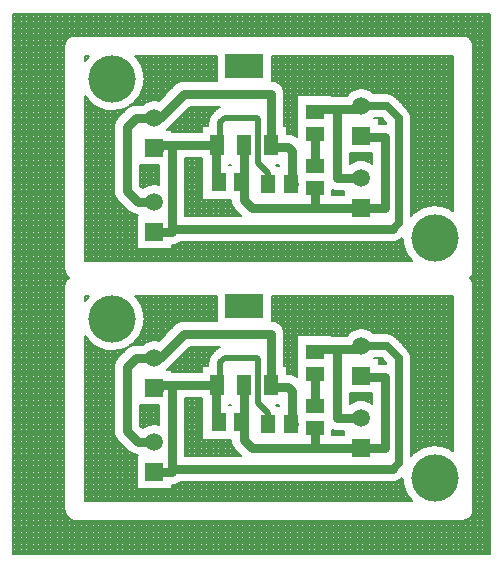
<source format=gtl>
%FSLAX44Y44*%
%MOMM*%
G71*
G01*
G75*
%ADD10C,0.2032*%
%ADD11R,1.5000X1.3000*%
%ADD12R,1.3000X1.5000*%
%ADD13R,1.2000X1.8000*%
%ADD14R,3.2000X2.0000*%
%ADD15C,0.7620*%
%ADD16C,0.6350*%
%ADD17C,0.5080*%
%ADD18C,4.0000*%
%ADD19R,1.5000X1.5000*%
%ADD20C,1.5000*%
D10*
X1202443Y913130D02*
X1202020Y915801D01*
X1200792Y918210D01*
X1198880Y920122D01*
X1196471Y921350D01*
X1193800Y921773D01*
X1202443Y913130D02*
X1202020Y915801D01*
X1200792Y918210D01*
X1198880Y920122D01*
X1196471Y921350D01*
X1193800Y921773D01*
X1149731Y852170D02*
X1149370Y854903D01*
X1148314Y857449D01*
X1146633Y859634D01*
X1136484Y869784D02*
X1134301Y871459D01*
X1131758Y872512D01*
X1129030Y872871D01*
X1149731Y852170D02*
X1149372Y854898D01*
X1148319Y857440D01*
X1146644Y859624D01*
X1136495Y869773D02*
X1134309Y871454D01*
X1131763Y872511D01*
X1129030Y872871D01*
X1128649Y846801D02*
X1127760Y846836D01*
X1128649Y846801D02*
X1127760Y846836D01*
X1185157Y773132D02*
X1182958Y774493D01*
X1180641Y775640D01*
X1178226Y776564D01*
X1175734Y777256D01*
X1173189Y777709D01*
X1170612Y777920D01*
X1168026Y777887D01*
X1165455Y777609D01*
X1162922Y777091D01*
X1160449Y776336D01*
X1158058Y775350D01*
X1155771Y774144D01*
X1153609Y772727D01*
X1151589Y771112D01*
X1149731Y769314D01*
X1199663Y716280D02*
X1201168Y718111D01*
X1202118Y720282D01*
X1202443Y722630D01*
X1199663Y716280D02*
X1201168Y718111D01*
X1202118Y720282D01*
X1202443Y722630D01*
Y709930D02*
X1202118Y712278D01*
X1201168Y714449D01*
X1199663Y716280D01*
X1142304Y750590D02*
X1142433Y747914D01*
X1142823Y745264D01*
X1143471Y742665D01*
X1144369Y740142D01*
X1145509Y737718D01*
X1146882Y735418D01*
X1148472Y733262D01*
X1150266Y731273D01*
X1134110Y747014D02*
X1136393Y747250D01*
X1138580Y747947D01*
X1140579Y749076D01*
X1142304Y750590D01*
X1117923Y872871D02*
X1115947Y874521D01*
X1113717Y875806D01*
X1111299Y876687D01*
X1108764Y877137D01*
X1106190Y877143D01*
X1103654Y876706D01*
X1101231Y875837D01*
X1098994Y874564D01*
X1097011Y872924D01*
X1095340Y870966D01*
X1042289Y872490D02*
X1042032Y874871D01*
X1041275Y877142D01*
X1040050Y879200D01*
X1038416Y880950D01*
X1036446Y882312D01*
X1034231Y883222D01*
X1031873Y883640D01*
X1042289Y872490D02*
X1042032Y874871D01*
X1041275Y877142D01*
X1040050Y879200D01*
X1038416Y880950D01*
X1036446Y882312D01*
X1034231Y883222D01*
X1031873Y883640D01*
X1116584Y813091D02*
X1114526Y814438D01*
X1112275Y815428D01*
X1109891Y816033D01*
X1107440Y816236D01*
X1104989Y816033D01*
X1102605Y815428D01*
X1100354Y814438D01*
X1098296Y813091D01*
X1082936Y791007D02*
X1084989Y790399D01*
X1087120Y790194D01*
X1082936Y791007D02*
X1084989Y790399D01*
X1087120Y790194D01*
X1053204Y835830D02*
X1050971Y837396D01*
X1048425Y838375D01*
X1045718Y838708D01*
X1053204Y835830D02*
X1050971Y837396D01*
X1048425Y838375D01*
X1045718Y838708D01*
X1036600Y811156D02*
X1035705Y812185D01*
X1036600Y811156D02*
X1035705Y812185D01*
X997204Y782320D02*
X997585Y779427D01*
X998701Y776732D01*
X1000477Y774417D01*
X997204Y782320D02*
X997585Y779427D01*
X998701Y776732D01*
X1000477Y774417D01*
X1202443Y709930D02*
X1202118Y712278D01*
X1201168Y714449D01*
X1199663Y716280D01*
X1136484Y666584D02*
X1134301Y668259D01*
X1131758Y669312D01*
X1129030Y669671D01*
X1136495Y666573D02*
X1134309Y668254D01*
X1131763Y669311D01*
X1129030Y669671D01*
X1149731Y648970D02*
X1149370Y651703D01*
X1148314Y654249D01*
X1146633Y656434D01*
X1149731Y648970D02*
X1149372Y651698D01*
X1148319Y654240D01*
X1146644Y656424D01*
X1128649Y643601D02*
X1127760Y643636D01*
X1128649Y643601D02*
X1127760Y643636D01*
X1193800Y510787D02*
X1196471Y511210D01*
X1198880Y512438D01*
X1200792Y514350D01*
X1202020Y516759D01*
X1202443Y519430D01*
X1193800Y510787D02*
X1196471Y511210D01*
X1198880Y512438D01*
X1200792Y514350D01*
X1202020Y516759D01*
X1202443Y519430D01*
X1185157Y569932D02*
X1182958Y571293D01*
X1180641Y572440D01*
X1178226Y573364D01*
X1175734Y574056D01*
X1173189Y574509D01*
X1170612Y574720D01*
X1168026Y574687D01*
X1165455Y574409D01*
X1162922Y573891D01*
X1160449Y573136D01*
X1158058Y572150D01*
X1155771Y570944D01*
X1153609Y569527D01*
X1151589Y567912D01*
X1149731Y566114D01*
X1142304Y547390D02*
X1142433Y544714D01*
X1142823Y542064D01*
X1143471Y539465D01*
X1144369Y536942D01*
X1145509Y534518D01*
X1146882Y532218D01*
X1148472Y530062D01*
X1150266Y528073D01*
X1134110Y543814D02*
X1136393Y544050D01*
X1138580Y544747D01*
X1140579Y545876D01*
X1142304Y547390D01*
X1117923Y669671D02*
X1115947Y671321D01*
X1113717Y672606D01*
X1111299Y673487D01*
X1108764Y673937D01*
X1106190Y673943D01*
X1103654Y673506D01*
X1101231Y672637D01*
X1098994Y671364D01*
X1097011Y669724D01*
X1095340Y667766D01*
X1116584Y609891D02*
X1114526Y611238D01*
X1112275Y612228D01*
X1109891Y612833D01*
X1107440Y613036D01*
X1104989Y612833D01*
X1102605Y612228D01*
X1100354Y611238D01*
X1098296Y609891D01*
X1082936Y587807D02*
X1084989Y587199D01*
X1087120Y586994D01*
X1082936Y587807D02*
X1084989Y587199D01*
X1087120Y586994D01*
X1042289Y669290D02*
X1042032Y671671D01*
X1041275Y673942D01*
X1040050Y676000D01*
X1038416Y677750D01*
X1036446Y679112D01*
X1034231Y680022D01*
X1031873Y680440D01*
X1042289Y669290D02*
X1042032Y671671D01*
X1041275Y673942D01*
X1040050Y676000D01*
X1038416Y677750D01*
X1036446Y679112D01*
X1034231Y680022D01*
X1031873Y680440D01*
X1053204Y632630D02*
X1050971Y634197D01*
X1048425Y635175D01*
X1045718Y635508D01*
X1053204Y632630D02*
X1050971Y634197D01*
X1048425Y635175D01*
X1045718Y635508D01*
X1036600Y607956D02*
X1035705Y608985D01*
X1036600Y607956D02*
X1035705Y608985D01*
X997204Y579120D02*
X997585Y576227D01*
X998701Y573532D01*
X1000477Y571217D01*
X997204Y579120D02*
X997585Y576227D01*
X998701Y573532D01*
X1000477Y571217D01*
X988060Y861314D02*
X986358Y860401D01*
X984865Y859175D01*
X988060Y861314D02*
X986358Y860401D01*
X984865Y859175D01*
X981055Y855365D02*
X979481Y853313D01*
X978492Y850924D01*
X978154Y848360D01*
X981055Y855365D02*
X979481Y853313D01*
X978492Y850924D01*
X978154Y848360D01*
X957580Y883666D02*
X954687Y883285D01*
X951992Y882169D01*
X949677Y880393D01*
X957580Y883666D02*
X954687Y883285D01*
X951992Y882169D01*
X949677Y880393D01*
X923986Y885190D02*
X923855Y887863D01*
X923464Y890510D01*
X922816Y893107D01*
X921917Y895628D01*
X920777Y898048D01*
X919406Y900346D01*
X917816Y902499D01*
X916024Y904487D01*
X873513Y870528D02*
X874958Y868467D01*
X876586Y866548D01*
X878383Y864786D01*
X880335Y863197D01*
X882425Y861794D01*
X884634Y860588D01*
X886945Y859591D01*
X889338Y858811D01*
X891793Y858253D01*
X894288Y857924D01*
X896803Y857825D01*
X899316Y857957D01*
X901807Y858320D01*
X904254Y858910D01*
X906636Y859723D01*
X908933Y860751D01*
X911127Y861985D01*
X913197Y863417D01*
X915128Y865032D01*
X916902Y866817D01*
X918504Y868758D01*
X919921Y870838D01*
X921141Y873040D01*
X922154Y875344D01*
X922950Y877732D01*
X923524Y880183D01*
X923870Y882676D01*
X923986Y885190D01*
X935859Y866574D02*
X933492Y866978D01*
X931091Y866996D01*
X928719Y866627D01*
X926436Y865882D01*
X924304Y864778D01*
X922377Y863346D01*
X944178Y843393D02*
X945163Y844267D01*
X942670Y841636D02*
X944178Y843393D01*
X936244Y795350D02*
X933877Y795819D01*
X931466Y795899D01*
X929073Y795588D01*
X926762Y794894D01*
X924594Y793835D01*
X922626Y792439D01*
X947420Y744474D02*
X949959Y744766D01*
X952366Y745628D01*
X954514Y747014D01*
X947420Y744474D02*
X949959Y744766D01*
X952366Y745628D01*
X954514Y747014D01*
X877216Y904487D02*
X875238Y902270D01*
X873513Y899852D01*
X916940Y863346D02*
X914047Y862965D01*
X911352Y861849D01*
X909037Y860073D01*
X916940Y863346D02*
X914047Y862965D01*
X911352Y861849D01*
X909037Y860073D01*
X901417Y852453D02*
X899855Y850492D01*
X898768Y848232D01*
X898213Y845787D01*
X898216Y843280D01*
X898144Y842010D01*
X864870Y921773D02*
X862199Y921350D01*
X859790Y920122D01*
X857878Y918210D01*
X856650Y915801D01*
X856227Y913130D01*
X864870Y921773D02*
X862199Y921350D01*
X859790Y920122D01*
X857878Y918210D01*
X856650Y915801D01*
X856227Y913130D01*
X898144Y789940D02*
X898525Y787047D01*
X899641Y784352D01*
X901417Y782037D01*
X898144Y789940D02*
X898525Y787047D01*
X899641Y784352D01*
X901417Y782037D01*
X917314Y769910D02*
X918210Y769874D01*
X917314Y769910D02*
X918210Y769874D01*
X910307Y773147D02*
X912365Y771524D01*
X914744Y770425D01*
X917314Y769910D01*
X910307Y773147D02*
X912365Y771524D01*
X914744Y770425D01*
X917314Y769910D01*
X856227Y723900D02*
X856522Y721663D01*
X857385Y719578D01*
X858758Y717788D01*
X856227Y723900D02*
X856522Y721663D01*
X857385Y719578D01*
X858758Y717788D01*
X859695Y716852D02*
X857832Y714946D01*
X856638Y712563D01*
X856227Y709930D01*
X859695Y716852D02*
X857832Y714946D01*
X856638Y712563D01*
X856227Y709930D01*
X988060Y658114D02*
X986358Y657201D01*
X984865Y655975D01*
X988060Y658114D02*
X986358Y657201D01*
X984865Y655975D01*
X981055Y652165D02*
X979481Y650113D01*
X978492Y647724D01*
X978154Y645160D01*
X981055Y652165D02*
X979481Y650113D01*
X978492Y647724D01*
X978154Y645160D01*
X957580Y680466D02*
X954687Y680085D01*
X951992Y678969D01*
X949677Y677193D01*
X957580Y680466D02*
X954687Y680085D01*
X951992Y678969D01*
X949677Y677193D01*
X923986Y681990D02*
X923855Y684663D01*
X923464Y687310D01*
X922816Y689907D01*
X921917Y692428D01*
X920777Y694848D01*
X919406Y697146D01*
X917816Y699299D01*
X916024Y701287D01*
X944178Y640193D02*
X945163Y641067D01*
X942670Y638436D02*
X944178Y640193D01*
X935859Y663374D02*
X933492Y663778D01*
X931091Y663796D01*
X928719Y663427D01*
X926436Y662682D01*
X924304Y661578D01*
X922377Y660146D01*
X873513Y667328D02*
X874958Y665267D01*
X876586Y663348D01*
X878383Y661586D01*
X880335Y659997D01*
X882425Y658594D01*
X884634Y657388D01*
X886945Y656391D01*
X889338Y655611D01*
X891793Y655053D01*
X894288Y654724D01*
X896803Y654625D01*
X899316Y654757D01*
X901807Y655120D01*
X904254Y655710D01*
X906636Y656523D01*
X908933Y657551D01*
X911127Y658785D01*
X913197Y660217D01*
X915128Y661832D01*
X916902Y663617D01*
X918504Y665558D01*
X919921Y667638D01*
X921141Y669840D01*
X922154Y672144D01*
X922950Y674532D01*
X923524Y676983D01*
X923870Y679476D01*
X923986Y681990D01*
X947420Y541274D02*
X949959Y541566D01*
X952366Y542428D01*
X954514Y543814D01*
X947420Y541274D02*
X949959Y541566D01*
X952366Y542428D01*
X954514Y543814D01*
X936244Y592150D02*
X933877Y592619D01*
X931466Y592699D01*
X929073Y592388D01*
X926762Y591694D01*
X924594Y590635D01*
X922626Y589239D01*
X916940Y660146D02*
X914047Y659765D01*
X911352Y658649D01*
X909037Y656873D01*
X916940Y660146D02*
X914047Y659765D01*
X911352Y658649D01*
X909037Y656873D01*
X901417Y649253D02*
X899855Y647292D01*
X898768Y645032D01*
X898213Y642587D01*
X898216Y640080D01*
X877216Y701287D02*
X875238Y699070D01*
X873513Y696652D01*
X898216Y640080D02*
X898144Y638810D01*
X917314Y566710D02*
X918210Y566674D01*
X917314Y566710D02*
X918210Y566674D01*
X910307Y569947D02*
X912365Y568324D01*
X914744Y567225D01*
X917314Y566710D01*
X910307Y569947D02*
X912365Y568324D01*
X914744Y567225D01*
X917314Y566710D01*
X898144Y586740D02*
X898525Y583847D01*
X899641Y581152D01*
X901417Y578837D01*
X898144Y586740D02*
X898525Y583847D01*
X899641Y581152D01*
X901417Y578837D01*
X860029Y513318D02*
X861818Y511945D01*
X863903Y511082D01*
X866140Y510787D01*
X860029Y513318D02*
X861818Y511945D01*
X863903Y511082D01*
X866140Y510787D01*
X856227Y520700D02*
X856522Y518463D01*
X857385Y516379D01*
X858758Y514589D01*
X856227Y520700D02*
X856522Y518463D01*
X857385Y516379D01*
X858758Y514589D01*
X1200912Y918041D02*
Y939800D01*
X1200601Y918464D02*
X1216660D01*
X1198880Y920123D02*
Y939800D01*
X1201787Y916432D02*
X1216660D01*
X1202349Y914400D02*
X1216660D01*
X1198321Y920496D02*
X1216660D01*
X1196848Y921218D02*
Y939800D01*
X1202443Y912368D02*
X1216660D01*
X1202443Y910336D02*
X1216660D01*
X1202443Y908304D02*
X1216660D01*
X1202443Y906272D02*
X1216660D01*
X1202443Y904240D02*
X1216660D01*
X1202443Y902208D02*
X1216660D01*
X1202443Y900176D02*
X1216660D01*
X1202443Y898144D02*
X1216660D01*
X1202443Y896112D02*
X1216660D01*
X1194816Y921713D02*
Y939800D01*
X1192784Y921773D02*
Y939800D01*
X1190752Y921773D02*
Y939800D01*
X1188720Y921773D02*
Y939800D01*
X1186688Y921773D02*
Y939800D01*
X1184656Y921773D02*
Y939800D01*
X1182624Y921773D02*
Y939800D01*
X1180592Y921773D02*
Y939800D01*
X1178560Y921773D02*
Y939800D01*
X1176528Y921773D02*
Y939800D01*
X1174496Y921773D02*
Y939800D01*
X1172464Y921773D02*
Y939800D01*
X1170432Y921773D02*
Y939800D01*
X1168400Y921773D02*
Y939800D01*
X1166368Y921773D02*
Y939800D01*
X1164336Y921773D02*
Y939800D01*
X1162304Y921773D02*
Y939800D01*
X1202443Y894080D02*
X1216660D01*
X1202443Y892048D02*
X1216660D01*
X1202443Y890016D02*
X1216660D01*
X1202443Y887984D02*
X1216660D01*
X1202443Y885952D02*
X1216660D01*
X1202443Y883920D02*
X1216660D01*
X1202443Y881888D02*
X1216660D01*
X1202443Y879856D02*
X1216660D01*
X1202443Y877824D02*
X1216660D01*
X1202443Y875792D02*
X1216660D01*
X1202443Y873760D02*
X1216660D01*
X1202443Y871728D02*
X1216660D01*
X1202443Y869696D02*
X1216660D01*
X1202443Y867664D02*
X1216660D01*
X1202443Y865632D02*
X1216660D01*
X1202443Y863600D02*
X1216660D01*
X1202443Y861568D02*
X1216660D01*
X1202443Y859536D02*
X1216660D01*
X1185157Y773132D02*
Y904487D01*
X1182624Y774676D02*
Y904487D01*
X1180592Y775662D02*
Y904487D01*
X1202443Y722630D02*
Y913130D01*
X1184656Y773468D02*
Y904487D01*
X1176528Y777063D02*
Y904487D01*
X1172464Y777793D02*
Y904487D01*
X1178560Y776452D02*
Y904487D01*
X1174496Y777507D02*
Y904487D01*
X1202443Y857504D02*
X1216660D01*
X1202443Y855472D02*
X1216660D01*
X1202443Y853440D02*
X1216660D01*
X1170432Y777925D02*
Y904487D01*
X1168400Y777906D02*
Y904487D01*
X1166368Y777736D02*
Y904487D01*
X1164336Y777411D02*
Y904487D01*
X1162304Y776926D02*
Y904487D01*
X1031873D02*
X1185157D01*
X1031873Y904240D02*
X1185157D01*
X1160272Y921773D02*
Y939800D01*
X1031873Y902208D02*
X1185157D01*
X1031873Y900176D02*
X1185157D01*
X1031873Y898144D02*
X1185157D01*
X1031873Y896112D02*
X1185157D01*
X1031873Y894080D02*
X1185157D01*
X1031873Y892048D02*
X1185157D01*
X1037161Y881888D02*
X1185157D01*
X1039518Y879856D02*
X1185157D01*
X1040934Y877824D02*
X1185157D01*
X1113747Y875792D02*
X1185157D01*
X1116945Y873760D02*
X1185157D01*
X1031873Y890016D02*
X1185157D01*
X1031873Y887984D02*
X1185157D01*
X1031873Y885952D02*
X1185157D01*
X1031873Y883920D02*
X1185157D01*
X1158240Y921773D02*
Y939800D01*
X1156208Y921773D02*
Y939800D01*
X1154176Y921773D02*
Y939800D01*
X1152144Y921773D02*
Y939800D01*
X1150112Y921773D02*
Y939800D01*
X1148080Y921773D02*
Y939800D01*
X1146048Y921773D02*
Y939800D01*
X1144016Y921773D02*
Y939800D01*
X1141984Y921773D02*
Y939800D01*
X1139952Y921773D02*
Y939800D01*
X1137920Y921773D02*
Y939800D01*
X1135888Y921773D02*
Y939800D01*
X1133856Y921773D02*
Y939800D01*
X1131824Y921773D02*
Y939800D01*
X1129792Y921773D02*
Y939800D01*
X1131824Y872494D02*
Y904487D01*
X1127760Y921773D02*
Y939800D01*
X1160272Y776272D02*
Y904487D01*
X1158240Y775435D02*
Y904487D01*
X1156208Y774396D02*
Y904487D01*
X1154176Y773127D02*
Y904487D01*
X1152144Y771588D02*
Y904487D01*
X1133804Y871728D02*
X1185157D01*
X1136571Y869696D02*
X1185157D01*
X1138603Y867664D02*
X1185157D01*
X1150112Y769711D02*
Y904487D01*
X1146730Y859536D02*
X1185157D01*
X1148282Y857504D02*
X1185157D01*
X1149201Y855472D02*
X1185157D01*
X1149654Y853440D02*
X1185157D01*
X1140635Y865632D02*
X1185157D01*
X1142667Y863600D02*
X1185157D01*
X1144699Y861568D02*
X1185157D01*
X1144016Y862251D02*
Y904487D01*
X1141984Y864283D02*
Y904487D01*
X1139952Y866315D02*
Y904487D01*
X1148080Y857834D02*
Y904487D01*
X1146048Y860219D02*
Y904487D01*
X1133856Y871701D02*
Y904487D01*
X1129792Y872843D02*
Y904487D01*
X1137920Y868347D02*
Y904487D01*
X1135888Y870335D02*
Y904487D01*
X1136495Y869773D02*
X1146633Y859634D01*
X1149731Y769314D02*
Y852170D01*
X1117923Y872871D02*
X1129030D01*
X1127760D02*
Y904487D01*
X1124664Y851789D02*
X1128649Y847804D01*
X1202443Y851408D02*
X1216660D01*
X1202443Y849376D02*
X1216660D01*
X1202443Y847344D02*
X1216660D01*
X1202443Y845312D02*
X1216660D01*
X1202443Y843280D02*
X1216660D01*
X1202443Y841248D02*
X1216660D01*
X1202443Y839216D02*
X1216660D01*
X1202443Y837184D02*
X1216660D01*
X1202443Y835152D02*
X1216660D01*
X1202443Y833120D02*
X1216660D01*
X1202443Y831088D02*
X1216660D01*
X1202443Y829056D02*
X1216660D01*
X1202443Y827024D02*
X1216660D01*
X1202443Y824992D02*
X1216660D01*
X1202443Y822960D02*
X1216660D01*
X1202443Y820928D02*
X1216660D01*
X1202443Y818896D02*
X1216660D01*
X1202443Y816864D02*
X1216660D01*
X1202443Y814832D02*
X1216660D01*
X1202443Y812800D02*
X1216660D01*
X1202443Y810768D02*
X1216660D01*
X1202443Y808736D02*
X1216660D01*
X1202443Y806704D02*
X1216660D01*
X1202443Y804672D02*
X1216660D01*
X1202443Y802640D02*
X1216660D01*
X1202443Y800608D02*
X1216660D01*
X1202443Y798576D02*
X1216660D01*
X1202443Y796544D02*
X1216660D01*
X1202443Y794512D02*
X1216660D01*
X1202443Y792480D02*
X1216660D01*
X1202443Y790448D02*
X1216660D01*
X1202443Y788416D02*
X1216660D01*
X1202443Y786384D02*
X1216660D01*
X1202443Y784352D02*
X1216660D01*
X1202443Y782320D02*
X1216660D01*
X1202443Y780288D02*
X1216660D01*
X1202443Y778256D02*
X1216660D01*
X1202443Y776224D02*
X1216660D01*
X1202443Y774192D02*
X1216660D01*
X1202443Y772160D02*
X1216660D01*
X1202443Y770128D02*
X1216660D01*
X1202443Y768096D02*
X1216660D01*
X1202443Y766064D02*
X1216660D01*
X1202443Y764032D02*
X1216660D01*
X1202443Y762000D02*
X1216660D01*
X1202443Y759968D02*
X1216660D01*
X1202443Y757936D02*
X1216660D01*
X1202443Y755904D02*
X1216660D01*
X1202443Y753872D02*
X1216660D01*
X1202443Y751840D02*
X1216660D01*
X1202443Y749808D02*
X1216660D01*
X1202443Y747776D02*
X1216660D01*
X1202443Y745744D02*
X1216660D01*
X1202443Y743712D02*
X1216660D01*
X1202443Y741680D02*
X1216660D01*
X1202443Y739648D02*
X1216660D01*
X1202443Y737616D02*
X1216660D01*
X1202443Y735584D02*
X1216660D01*
X1202443Y733552D02*
X1216660D01*
X1202443Y731520D02*
X1216660D01*
X1202443Y729488D02*
X1216660D01*
X1202443Y727456D02*
X1216660D01*
X1202443Y725424D02*
X1216660D01*
X1202443Y723392D02*
X1216660D01*
X1202349Y721360D02*
X1216660D01*
X1201787Y719328D02*
X1216660D01*
X1200912Y714841D02*
Y717719D01*
X1201787Y713232D02*
X1216660D01*
X1202349Y711200D02*
X1216660D01*
X1149731Y851408D02*
X1185157D01*
X1149731Y849376D02*
X1185157D01*
X1149731Y847344D02*
X1185157D01*
X1149731Y845312D02*
X1185157D01*
X1149731Y843280D02*
X1185157D01*
X1149731Y841248D02*
X1185157D01*
X1149731Y839216D02*
X1185157D01*
X1149731Y837184D02*
X1185157D01*
X1149731Y835152D02*
X1185157D01*
X1149731Y833120D02*
X1185157D01*
X1149731Y831088D02*
X1185157D01*
X1149731Y829056D02*
X1185157D01*
X1149731Y827024D02*
X1185157D01*
X1149731Y824992D02*
X1185157D01*
X1149731Y822960D02*
X1185157D01*
X1149731Y820928D02*
X1185157D01*
X1149731Y818896D02*
X1185157D01*
X1149731Y816864D02*
X1185157D01*
X1128649Y846801D02*
Y847804D01*
X1149731Y814832D02*
X1185157D01*
X1127760Y846836D02*
Y848693D01*
X1149731Y812800D02*
X1185157D01*
X1149731Y810768D02*
X1185157D01*
X1122306Y847344D02*
X1128649D01*
X1122306Y846836D02*
X1127760D01*
X1149731Y808736D02*
X1185157D01*
X1149731Y806704D02*
X1185157D01*
X1149731Y804672D02*
X1185157D01*
X1149731Y802640D02*
X1185157D01*
X1149731Y800608D02*
X1185157D01*
X1149731Y798576D02*
X1185157D01*
X1149731Y796544D02*
X1185157D01*
X1149731Y794512D02*
X1185157D01*
X1149731Y792480D02*
X1185157D01*
X1149731Y790448D02*
X1185157D01*
X1149731Y788416D02*
X1185157D01*
X1149731Y786384D02*
X1185157D01*
X1149731Y784352D02*
X1185157D01*
X1149731Y782320D02*
X1185157D01*
X1149731Y780288D02*
X1185157D01*
X1149731Y778256D02*
X1185157D01*
X1200601Y717296D02*
X1216660D01*
X1200601Y715264D02*
X1216660D01*
X1179197Y776224D02*
X1185157D01*
X1149731D02*
X1160143D01*
X1183487Y774192D02*
X1185157D01*
X1149731D02*
X1155853D01*
X1149731Y772160D02*
X1152854D01*
X1149731Y770128D02*
X1150529D01*
X1141984Y731273D02*
Y750259D01*
X1138166Y747776D02*
X1142447D01*
X1141502Y749808D02*
X1142315D01*
X1139952Y731273D02*
Y748662D01*
X1148080Y731273D02*
Y733754D01*
X1146048Y731273D02*
Y736753D01*
X1144016Y731273D02*
Y741043D01*
X1137920Y731273D02*
Y747683D01*
X1135888Y731273D02*
Y747156D01*
X1133856Y731273D02*
Y747014D01*
X1131824Y731273D02*
Y747014D01*
X1129792Y731273D02*
Y747014D01*
X1125728Y921773D02*
Y939800D01*
X1123696Y921773D02*
Y939800D01*
X1121664Y921773D02*
Y939800D01*
X1119632Y921773D02*
Y939800D01*
X1117600Y921773D02*
Y939800D01*
X1115568Y921773D02*
Y939800D01*
X1113536Y921773D02*
Y939800D01*
X1111504Y921773D02*
Y939800D01*
X1109472Y921773D02*
Y939800D01*
X1107440Y921773D02*
Y939800D01*
X1109472Y877057D02*
Y904487D01*
X1105408Y921773D02*
Y939800D01*
X1107440Y877196D02*
Y904487D01*
X1105408Y877057D02*
Y904487D01*
X1103376Y921773D02*
Y939800D01*
X1101344Y921773D02*
Y939800D01*
X1099312Y921773D02*
Y939800D01*
X1097280Y921773D02*
Y939800D01*
X1095248Y921773D02*
Y939800D01*
X1093216Y921773D02*
Y939800D01*
X1091184Y921773D02*
Y939800D01*
X1089152Y921773D02*
Y939800D01*
X1087120Y921773D02*
Y939800D01*
X1085088Y921773D02*
Y939800D01*
X1083056Y921773D02*
Y939800D01*
X1081024Y921773D02*
Y939800D01*
X1078992Y921773D02*
Y939800D01*
X1076960Y921773D02*
Y939800D01*
X1074928Y921773D02*
Y939800D01*
X1072896Y921773D02*
Y939800D01*
X1070864Y921773D02*
Y939800D01*
X1068832Y921773D02*
Y939800D01*
X1066800Y921773D02*
Y939800D01*
X1064768Y921773D02*
Y939800D01*
X1062736Y921773D02*
Y939800D01*
X1125728Y872871D02*
Y904487D01*
X1123696Y872871D02*
Y904487D01*
X1117600Y873182D02*
Y904487D01*
X1121664Y872871D02*
Y904487D01*
X1119632Y872871D02*
Y904487D01*
X1111504Y876630D02*
Y904487D01*
X1103376Y876630D02*
Y904487D01*
X1115568Y874777D02*
Y904487D01*
X1113536Y875889D02*
Y904487D01*
X1122306Y851789D02*
X1124664D01*
X1117923D02*
X1122306D01*
X1101344Y875889D02*
Y904487D01*
X1123696Y846836D02*
Y851789D01*
X1122306Y846836D02*
Y851789D01*
X1099312Y874777D02*
Y904487D01*
X1097280Y873182D02*
Y904487D01*
X1095248Y870966D02*
Y904487D01*
X1093216Y870966D02*
Y904487D01*
X1091184Y870966D02*
Y904487D01*
X1089152Y870966D02*
Y904487D01*
X1087120Y870966D02*
Y904487D01*
X1085088Y870966D02*
Y904487D01*
X1083056Y870966D02*
Y904487D01*
X1081024Y871116D02*
Y904487D01*
X1078992Y871116D02*
Y904487D01*
X1076960Y871116D02*
Y904487D01*
X1087120Y870966D02*
X1095340D01*
X1082936D02*
X1087120D01*
X1074928Y871116D02*
Y904487D01*
X1072896Y871116D02*
Y904487D01*
X1070864Y871116D02*
Y904487D01*
X1068832Y871116D02*
Y904487D01*
X1066800Y871116D02*
Y904487D01*
X1064768Y871116D02*
Y904487D01*
X1060704Y921773D02*
Y939800D01*
X1058672Y921773D02*
Y939800D01*
X1056640Y921773D02*
Y939800D01*
X1054608Y921773D02*
Y939800D01*
X1052576Y921773D02*
Y939800D01*
X1050544Y921773D02*
Y939800D01*
X1048512Y921773D02*
Y939800D01*
X1046480Y921773D02*
Y939800D01*
X1044448Y921773D02*
Y939800D01*
X1042416Y921773D02*
Y939800D01*
X1040384Y921773D02*
Y939800D01*
X1038352Y921773D02*
Y939800D01*
X1036320Y921773D02*
Y939800D01*
X1034288Y921773D02*
Y939800D01*
X1032256Y921773D02*
Y939800D01*
X1030224Y921773D02*
Y939800D01*
X1034288Y883205D02*
Y904487D01*
X1028192Y921773D02*
Y939800D01*
X1026160Y921773D02*
Y939800D01*
X1024128Y921773D02*
Y939800D01*
X1022096Y921773D02*
Y939800D01*
X1020064Y921773D02*
Y939800D01*
X1018032Y921773D02*
Y939800D01*
X1016000Y921773D02*
Y939800D01*
X1013968Y921773D02*
Y939800D01*
X1011936Y921773D02*
Y939800D01*
X1009904Y921773D02*
Y939800D01*
X1007872Y921773D02*
Y939800D01*
X1005840Y921773D02*
Y939800D01*
X1003808Y921773D02*
Y939800D01*
X1001776Y921773D02*
Y939800D01*
X999744Y921773D02*
Y939800D01*
X997712Y921773D02*
Y939800D01*
X995680Y921773D02*
Y939800D01*
X993648Y921773D02*
Y939800D01*
X1062736Y871116D02*
Y904487D01*
X1060704Y871116D02*
Y904487D01*
X1058672Y871116D02*
Y904487D01*
X1056640Y871116D02*
Y904487D01*
X1054608Y871116D02*
Y904487D01*
X1041790Y875792D02*
X1101133D01*
X1042217Y873760D02*
X1097935D01*
X1042289Y871728D02*
X1095921D01*
X1053204Y871116D02*
X1082936D01*
X1042289Y869696D02*
X1053204D01*
X1042289Y867664D02*
X1053204D01*
X1042289Y865632D02*
X1053204D01*
X1042289Y863600D02*
X1053204D01*
X1042289Y861568D02*
X1053204D01*
X1042289Y859536D02*
X1053204D01*
X1042289Y857504D02*
X1053204D01*
X1042289Y855472D02*
X1053204D01*
X1048512Y838353D02*
Y904487D01*
X1046480Y838682D02*
Y904487D01*
X1044448Y845295D02*
Y904487D01*
X1052576Y836356D02*
Y904487D01*
X1050544Y837612D02*
Y904487D01*
X1038352Y881005D02*
Y904487D01*
X1036320Y882379D02*
Y904487D01*
X1042416Y845295D02*
Y904487D01*
X1040384Y878731D02*
Y904487D01*
X1042289Y853440D02*
X1053204D01*
Y852116D02*
Y871116D01*
Y843384D02*
Y852116D01*
X1042289Y845295D02*
Y872490D01*
X1032256Y883607D02*
Y904487D01*
X1031873Y883640D02*
Y904487D01*
X1125728Y846836D02*
Y850725D01*
X1122306Y849376D02*
X1127077D01*
X1122306Y851408D02*
X1125045D01*
X1116584Y813091D02*
Y822064D01*
X1115568Y813817D02*
Y822064D01*
X1098296D02*
X1116584D01*
X1109472Y816096D02*
Y822064D01*
X1113536Y814929D02*
Y822064D01*
X1111504Y815670D02*
Y822064D01*
X1107440Y816236D02*
Y822064D01*
X1105408Y816096D02*
Y822064D01*
X1103376Y815670D02*
Y822064D01*
X1127760Y731273D02*
Y747014D01*
X1113747Y814832D02*
X1116584D01*
X1098296Y820928D02*
X1116584D01*
X1098296Y818896D02*
X1116584D01*
X1098296Y816864D02*
X1116584D01*
X1101344Y814929D02*
Y822064D01*
X1098296Y814832D02*
X1101133D01*
X1099312Y813817D02*
Y822064D01*
X1098296Y813091D02*
Y822064D01*
X1082936Y790448D02*
X1084751D01*
X1082936Y787146D02*
Y791007D01*
X1083056Y787146D02*
Y790959D01*
X1087120Y790194D02*
X1092574D01*
Y787146D02*
Y790194D01*
X1091184Y787146D02*
Y790194D01*
X1089152Y787146D02*
Y790194D01*
X1082936Y788416D02*
X1092574D01*
X1087120Y787146D02*
Y790194D01*
X1082936Y787146D02*
X1092574D01*
X1085088D02*
Y790380D01*
X1125728Y731273D02*
Y747014D01*
X1123696Y731273D02*
Y747014D01*
X1121664Y731273D02*
Y747014D01*
X1119632Y731273D02*
Y747014D01*
X1117600Y731273D02*
Y747014D01*
X1115568Y731273D02*
Y747014D01*
X1113536Y731273D02*
Y747014D01*
X1111504Y731273D02*
Y747014D01*
X1109472Y731273D02*
Y747014D01*
X1107440Y731273D02*
Y747014D01*
X1105408Y731273D02*
Y747014D01*
X1103376Y731273D02*
Y747014D01*
X1101344Y731273D02*
Y747014D01*
X1099312Y731273D02*
Y747014D01*
X1097280Y731273D02*
Y747014D01*
X1095248Y731273D02*
Y747014D01*
X1093216Y731273D02*
Y747014D01*
X1091184Y731273D02*
Y747014D01*
X1089152Y731273D02*
Y747014D01*
X1087120Y731273D02*
Y747014D01*
X1085088Y731273D02*
Y747014D01*
X1083056Y731273D02*
Y747014D01*
X1081024Y731273D02*
Y747014D01*
X1078992Y731273D02*
Y747014D01*
X1076960Y731273D02*
Y747014D01*
X1074928Y731273D02*
Y747014D01*
X1072896Y731273D02*
Y747014D01*
X1070864Y731273D02*
Y747014D01*
X1068832Y731273D02*
Y747014D01*
X1066800Y731273D02*
Y747014D01*
X1064768Y731273D02*
Y747014D01*
X1062736Y731273D02*
Y747014D01*
X1060704Y731273D02*
Y747014D01*
X1058672Y731273D02*
Y747014D01*
X1053204Y843384D02*
Y852116D01*
X1042289Y851408D02*
X1053204D01*
X1044479Y843280D02*
X1053204D01*
Y835830D02*
Y843384D01*
X1044479Y838708D02*
Y845295D01*
X1042289Y849376D02*
X1053204D01*
X1042289Y847344D02*
X1053204D01*
X1042289Y845312D02*
X1053204D01*
X1042289Y845295D02*
X1044479D01*
Y841248D02*
X1053204D01*
X1044479Y839216D02*
X1053204D01*
X1051352Y837184D02*
X1053204D01*
X1044479Y838708D02*
X1045718D01*
X1035326Y812563D02*
X1037844D01*
Y811156D02*
Y812563D01*
X1036600Y811156D02*
X1037844D01*
X1036320Y811510D02*
Y812563D01*
X1036600Y811156D02*
X1037844D01*
X995426Y812563D02*
X997204D01*
X995426Y812426D02*
X997204D01*
X995426D02*
X997204D01*
X995426Y812563D02*
X997204D01*
X991924Y782694D02*
X997204D01*
X1003808Y769366D02*
Y771087D01*
X1001776Y769366D02*
Y773119D01*
X1000477Y774417D02*
X1005529Y769366D01*
X999744D02*
Y775226D01*
X991924Y782694D02*
X997204D01*
X997712Y769366D02*
Y778989D01*
X1056640Y731273D02*
Y747014D01*
X1054608Y731273D02*
Y747014D01*
X1052576Y731273D02*
Y747014D01*
X1050544Y731273D02*
Y747014D01*
X1048512Y731273D02*
Y747014D01*
X1046480Y731273D02*
Y747014D01*
X1044448Y731273D02*
Y747014D01*
X1042416Y731273D02*
Y747014D01*
X1040384Y731273D02*
Y747014D01*
X1038352Y731273D02*
Y747014D01*
X1036320Y731273D02*
Y747014D01*
X1034288Y731273D02*
Y747014D01*
X1032256Y731273D02*
Y747014D01*
X1030224Y731273D02*
Y747014D01*
X1028192Y731273D02*
Y747014D01*
X1026160Y731273D02*
Y747014D01*
X1024128Y731273D02*
Y747014D01*
X1022096Y731273D02*
Y747014D01*
X1020064Y731273D02*
Y747014D01*
X1018032Y731273D02*
Y747014D01*
X1016000Y731273D02*
Y747014D01*
X1013968Y731273D02*
Y747014D01*
X995680Y769366D02*
Y782694D01*
X993648Y769366D02*
Y782694D01*
X1011936Y731273D02*
Y747014D01*
X1009904Y731273D02*
Y747014D01*
X1007872Y731273D02*
Y747014D01*
X1005840Y731273D02*
Y747014D01*
X1003808Y731273D02*
Y747014D01*
X1001776Y731273D02*
Y747014D01*
X999744Y731273D02*
Y747014D01*
X997712Y731273D02*
Y747014D01*
X995680Y731273D02*
Y747014D01*
X993648Y731273D02*
Y747014D01*
X1202443Y709168D02*
X1216660D01*
X1202443Y707136D02*
X1216660D01*
X1202443Y705104D02*
X1216660D01*
X1202443Y703072D02*
X1216660D01*
X1202443Y701040D02*
X1216660D01*
X1202443Y699008D02*
X1216660D01*
X1202443Y696976D02*
X1216660D01*
X1202443Y694944D02*
X1216660D01*
X1202443Y692912D02*
X1216660D01*
X1202443Y690880D02*
X1216660D01*
X1202443Y688848D02*
X1216660D01*
X1202443Y686816D02*
X1216660D01*
X1202443Y684784D02*
X1216660D01*
X1202443Y682752D02*
X1216660D01*
X1202443Y680720D02*
X1216660D01*
X1202443Y678688D02*
X1216660D01*
X1202443Y676656D02*
X1216660D01*
X1202443Y674624D02*
X1216660D01*
X1202443Y672592D02*
X1216660D01*
X1202443Y670560D02*
X1216660D01*
X1202443Y668528D02*
X1216660D01*
X1202443Y666496D02*
X1216660D01*
X1202443Y664464D02*
X1216660D01*
X1202443Y662432D02*
X1216660D01*
X1202443Y660400D02*
X1216660D01*
X1202443Y658368D02*
X1216660D01*
X1202443Y656336D02*
X1216660D01*
X1202443Y654304D02*
X1216660D01*
X1202443Y652272D02*
X1216660D01*
X1202443Y650240D02*
X1216660D01*
X1202443Y648208D02*
X1216660D01*
X1202443Y646176D02*
X1216660D01*
X1202443Y644144D02*
X1216660D01*
X1202443Y642112D02*
X1216660D01*
Y482600D02*
Y939800D01*
X1215136Y482600D02*
Y939800D01*
X1213104Y482600D02*
Y939800D01*
X1211072Y482600D02*
Y939800D01*
X1209040Y482600D02*
Y939800D01*
X1202443Y640080D02*
X1216660D01*
X1207008Y482600D02*
Y939800D01*
X1204976Y482600D02*
Y939800D01*
X1202944Y482600D02*
Y939800D01*
X1202443Y638048D02*
X1216660D01*
X1202443Y636016D02*
X1216660D01*
X1202443Y633984D02*
X1216660D01*
X1202443Y631952D02*
X1216660D01*
X1202443Y629920D02*
X1216660D01*
X1202443Y627888D02*
X1216660D01*
X1202443Y625856D02*
X1216660D01*
X1202443Y623824D02*
X1216660D01*
X1202443Y621792D02*
X1216660D01*
X1184656Y570268D02*
Y701287D01*
X1182624Y571476D02*
Y701287D01*
X1180592Y572462D02*
Y701287D01*
X1202443Y519430D02*
Y709930D01*
X1185157Y569932D02*
Y701287D01*
X1176528Y573863D02*
Y701287D01*
X1174496Y574307D02*
Y701287D01*
X1178560Y573252D02*
Y701287D01*
X1172464Y574593D02*
Y701287D01*
X1170432Y574725D02*
Y701287D01*
X1168400Y574706D02*
Y701287D01*
X1166368Y574536D02*
Y701287D01*
X1164336Y574211D02*
Y701287D01*
X1162304Y573726D02*
Y701287D01*
X1160272Y573072D02*
Y701287D01*
X1158240Y572235D02*
Y701287D01*
X1156208Y571196D02*
Y701287D01*
X1031873D02*
X1185157D01*
X1031873Y701040D02*
X1185157D01*
X1031873Y699008D02*
X1185157D01*
X1031873Y696976D02*
X1185157D01*
X1031873Y694944D02*
X1185157D01*
X1031873Y692912D02*
X1185157D01*
X1031873Y690880D02*
X1185157D01*
X1031873Y688848D02*
X1185157D01*
X1031873Y686816D02*
X1185157D01*
X1039518Y676656D02*
X1185157D01*
X1040934Y674624D02*
X1185157D01*
X1113747Y672592D02*
X1185157D01*
X1116945Y670560D02*
X1185157D01*
X1133804Y668528D02*
X1185157D01*
X1031873Y684784D02*
X1185157D01*
X1031873Y682752D02*
X1185157D01*
X1031873Y680720D02*
X1185157D01*
X1037161Y678688D02*
X1185157D01*
X1139952Y663115D02*
Y701287D01*
X1137920Y665147D02*
Y701287D01*
X1135888Y667135D02*
Y701287D01*
X1144016Y659051D02*
Y701287D01*
X1141984Y661083D02*
Y701287D01*
X1131824Y669294D02*
Y701287D01*
X1129792Y669643D02*
Y701287D01*
X1133856Y668501D02*
Y701287D01*
X1127760Y669671D02*
Y701287D01*
X1138603Y664464D02*
X1185157D01*
X1140635Y662432D02*
X1185157D01*
X1142667Y660400D02*
X1185157D01*
X1144699Y658368D02*
X1185157D01*
X1136571Y666496D02*
X1185157D01*
X1117923Y669671D02*
X1129030D01*
X1149201Y652272D02*
X1185157D01*
X1149654Y650240D02*
X1185157D01*
X1149731Y648208D02*
X1185157D01*
X1149731Y646176D02*
X1185157D01*
X1149731Y644144D02*
X1185157D01*
X1146730Y656336D02*
X1185157D01*
X1148282Y654304D02*
X1185157D01*
X1149731Y642112D02*
X1185157D01*
X1149731Y640080D02*
X1185157D01*
X1149731Y638048D02*
X1185157D01*
X1149731Y636016D02*
X1185157D01*
X1149731Y633984D02*
X1185157D01*
X1149731Y631952D02*
X1185157D01*
X1149731Y629920D02*
X1185157D01*
X1149731Y627888D02*
X1185157D01*
X1149731Y625856D02*
X1185157D01*
X1149731Y623824D02*
X1185157D01*
X1154176Y569927D02*
Y701287D01*
X1152144Y568388D02*
Y701287D01*
X1148080Y654634D02*
Y701287D01*
X1150112Y566511D02*
Y701287D01*
X1149731Y566114D02*
Y648970D01*
X1136495Y666573D02*
X1146633Y656434D01*
X1146048Y657019D02*
Y701287D01*
X1128649Y643601D02*
Y644604D01*
X1127760Y643636D02*
Y645493D01*
X1149731Y621792D02*
X1185157D01*
X1124664Y648589D02*
X1128649Y644604D01*
X1122306Y644144D02*
X1128649D01*
X1122306Y643636D02*
X1127760D01*
X1202443Y619760D02*
X1216660D01*
X1202443Y617728D02*
X1216660D01*
X1202443Y615696D02*
X1216660D01*
X1202443Y613664D02*
X1216660D01*
X1202443Y611632D02*
X1216660D01*
X1202443Y609600D02*
X1216660D01*
X1202443Y607568D02*
X1216660D01*
X1202443Y605536D02*
X1216660D01*
X1202443Y603504D02*
X1216660D01*
X1202443Y601472D02*
X1216660D01*
X1202443Y599440D02*
X1216660D01*
X1202443Y597408D02*
X1216660D01*
X1202443Y595376D02*
X1216660D01*
X1202443Y593344D02*
X1216660D01*
X1202443Y591312D02*
X1216660D01*
X1202443Y589280D02*
X1216660D01*
X1202443Y587248D02*
X1216660D01*
X1202443Y585216D02*
X1216660D01*
X1202443Y583184D02*
X1216660D01*
X1202443Y581152D02*
X1216660D01*
X1202443Y579120D02*
X1216660D01*
X1202443Y577088D02*
X1216660D01*
X1202443Y575056D02*
X1216660D01*
X1202443Y573024D02*
X1216660D01*
X1179197D02*
X1185157D01*
X1202443Y570992D02*
X1216660D01*
X1183487D02*
X1185157D01*
X1202443Y568960D02*
X1216660D01*
X1202443Y566928D02*
X1216660D01*
X1202443Y564896D02*
X1216660D01*
X1202443Y562864D02*
X1216660D01*
X1202443Y560832D02*
X1216660D01*
X1202443Y558800D02*
X1216660D01*
X1202443Y556768D02*
X1216660D01*
X1202443Y554736D02*
X1216660D01*
X1202443Y552704D02*
X1216660D01*
X1202443Y550672D02*
X1216660D01*
X1202443Y548640D02*
X1216660D01*
X1202443Y546608D02*
X1216660D01*
X1202443Y544576D02*
X1216660D01*
X1202443Y542544D02*
X1216660D01*
X1202443Y540512D02*
X1216660D01*
X1202443Y538480D02*
X1216660D01*
X1202443Y536448D02*
X1216660D01*
X1202443Y534416D02*
X1216660D01*
X1202443Y532384D02*
X1216660D01*
X1202443Y530352D02*
X1216660D01*
X1202443Y528320D02*
X1216660D01*
X1202443Y526288D02*
X1216660D01*
X1202443Y524256D02*
X1216660D01*
X1202443Y522224D02*
X1216660D01*
X1202443Y520192D02*
X1216660D01*
X1202349Y518160D02*
X1216660D01*
X1201787Y516128D02*
X1216660D01*
X1200601Y514096D02*
X1216660D01*
X1200912Y482600D02*
Y514519D01*
X1198880Y482600D02*
Y512438D01*
X1198321Y512064D02*
X1216660D01*
X1196848Y482600D02*
Y511342D01*
X1194816Y482600D02*
Y510847D01*
X1192784Y482600D02*
Y510787D01*
X1190752Y482600D02*
Y510787D01*
X1188720Y482600D02*
Y510787D01*
X1186688Y482600D02*
Y510787D01*
X1184656Y482600D02*
Y510787D01*
X1182624Y482600D02*
Y510787D01*
X1180592Y482600D02*
Y510787D01*
X1149731Y619760D02*
X1185157D01*
X1149731Y617728D02*
X1185157D01*
X1149731Y615696D02*
X1185157D01*
X1149731Y613664D02*
X1185157D01*
X1149731Y611632D02*
X1185157D01*
X1149731Y609600D02*
X1185157D01*
X1149731Y607568D02*
X1185157D01*
X1149731Y605536D02*
X1185157D01*
X1149731Y603504D02*
X1185157D01*
X1149731Y601472D02*
X1185157D01*
X1149731Y599440D02*
X1185157D01*
X1149731Y597408D02*
X1185157D01*
X1149731Y595376D02*
X1185157D01*
X1149731Y593344D02*
X1185157D01*
X1149731Y591312D02*
X1185157D01*
X1149731Y589280D02*
X1185157D01*
X1149731Y587248D02*
X1185157D01*
X1149731Y585216D02*
X1185157D01*
X1149731Y583184D02*
X1185157D01*
X1149731Y581152D02*
X1185157D01*
X1149731Y579120D02*
X1185157D01*
X1149731Y577088D02*
X1185157D01*
X1149731Y575056D02*
X1185157D01*
X1149731Y573024D02*
X1160143D01*
X1149731Y570992D02*
X1155853D01*
X1149731Y568960D02*
X1152854D01*
X1149731Y566928D02*
X1150529D01*
X1148080Y528073D02*
Y530554D01*
X1146048Y528073D02*
Y533553D01*
X1144016Y528073D02*
Y537843D01*
X1138166Y544576D02*
X1142447D01*
X1141502Y546608D02*
X1142315D01*
X1178560Y482600D02*
Y510787D01*
X1176528Y482600D02*
Y510787D01*
X1174496Y482600D02*
Y510787D01*
X1172464Y482600D02*
Y510787D01*
X1170432Y482600D02*
Y510787D01*
X1168400Y482600D02*
Y510787D01*
X1166368Y482600D02*
Y510787D01*
X1164336Y482600D02*
Y510787D01*
X1162304Y482600D02*
Y510787D01*
X1160272Y482600D02*
Y510787D01*
X1158240Y482600D02*
Y510787D01*
X1156208Y482600D02*
Y510787D01*
X1154176Y482600D02*
Y510787D01*
X1152144Y482600D02*
Y510787D01*
X1150112Y482600D02*
Y510787D01*
X1148080Y482600D02*
Y510787D01*
X1146048Y482600D02*
Y510787D01*
X1141984Y528073D02*
Y547059D01*
X1139952Y528073D02*
Y545462D01*
X1137920Y528073D02*
Y544483D01*
X1144016Y482600D02*
Y510787D01*
X1135888Y528073D02*
Y543956D01*
X1133856Y528073D02*
Y543814D01*
X1131824Y528073D02*
Y543814D01*
X1129792Y528073D02*
Y543814D01*
X1127760Y528073D02*
Y543814D01*
X1141984Y482600D02*
Y510787D01*
X1139952Y482600D02*
Y510787D01*
X1137920Y482600D02*
Y510787D01*
X1135888Y482600D02*
Y510787D01*
X1133856Y482600D02*
Y510787D01*
X1131824Y482600D02*
Y510787D01*
X1129792Y482600D02*
Y510787D01*
X1127760Y482600D02*
Y510787D01*
X1125728Y669671D02*
Y701287D01*
X1123696Y669671D02*
Y701287D01*
X1117600Y669982D02*
Y701287D01*
X1121664Y669671D02*
Y701287D01*
X1119632Y669671D02*
Y701287D01*
X1111504Y673430D02*
Y701287D01*
X1109472Y673857D02*
Y701287D01*
X1115568Y671577D02*
Y701287D01*
X1113536Y672689D02*
Y701287D01*
X1107440Y673996D02*
Y701287D01*
X1122306Y648589D02*
X1124664D01*
X1105408Y673857D02*
Y701287D01*
X1122306Y648208D02*
X1125045D01*
X1117923Y648589D02*
X1122306D01*
X1103376Y673430D02*
Y701287D01*
X1101344Y672689D02*
Y701287D01*
X1099312Y671577D02*
Y701287D01*
X1097280Y669982D02*
Y701287D01*
X1095248Y667766D02*
Y701287D01*
X1093216Y667766D02*
Y701287D01*
X1091184Y667766D02*
Y701287D01*
X1089152Y667766D02*
Y701287D01*
X1087120Y667766D02*
Y701287D01*
X1085088Y667766D02*
Y701287D01*
X1083056Y667766D02*
Y701287D01*
X1081024Y667916D02*
Y701287D01*
X1087120Y667766D02*
X1095340D01*
X1082936D02*
X1087120D01*
X1078992Y667916D02*
Y701287D01*
X1076960Y667916D02*
Y701287D01*
X1074928Y667916D02*
Y701287D01*
X1072896Y667916D02*
Y701287D01*
X1070864Y667916D02*
Y701287D01*
X1068832Y667916D02*
Y701287D01*
X1125728Y643636D02*
Y647525D01*
X1122306Y646176D02*
X1127077D01*
X1123696Y643636D02*
Y648589D01*
X1122306Y643636D02*
Y648589D01*
X1116584Y609891D02*
Y618864D01*
X1098296D02*
X1116584D01*
X1111504Y612470D02*
Y618864D01*
X1115568Y610617D02*
Y618864D01*
X1113536Y611729D02*
Y618864D01*
X1109472Y612896D02*
Y618864D01*
X1107440Y613036D02*
Y618864D01*
X1105408Y612896D02*
Y618864D01*
X1113747Y611632D02*
X1116584D01*
X1103376Y612470D02*
Y618864D01*
X1098296Y617728D02*
X1116584D01*
X1098296Y615696D02*
X1116584D01*
X1098296Y613664D02*
X1116584D01*
X1101344Y611729D02*
Y618864D01*
X1098296Y611632D02*
X1101133D01*
X1099312Y610617D02*
Y618864D01*
X1098296Y609891D02*
Y618864D01*
X1087120Y586994D02*
X1092574D01*
X1082936Y583946D02*
Y587807D01*
X1083056Y583946D02*
Y587759D01*
X1092574Y583946D02*
Y586994D01*
X1091184Y583946D02*
Y586994D01*
X1089152Y583946D02*
Y586994D01*
X1087120Y583946D02*
Y586994D01*
X1082936Y585216D02*
X1092574D01*
X1082936Y587248D02*
X1084751D01*
X1082936Y583946D02*
X1092574D01*
X1085088D02*
Y587180D01*
X1066800Y667916D02*
Y701287D01*
X1064768Y667916D02*
Y701287D01*
X1062736Y667916D02*
Y701287D01*
X1060704Y667916D02*
Y701287D01*
X1058672Y667916D02*
Y701287D01*
X1041790Y672592D02*
X1101133D01*
X1042217Y670560D02*
X1097935D01*
X1056640Y667916D02*
Y701287D01*
X1054608Y667916D02*
Y701287D01*
X1042289Y668528D02*
X1095921D01*
X1053204Y667916D02*
X1082936D01*
X1042289Y666496D02*
X1053204D01*
X1042289Y664464D02*
X1053204D01*
X1042289Y662432D02*
X1053204D01*
X1042289Y660400D02*
X1053204D01*
X1042289Y658368D02*
X1053204D01*
X1042289Y656336D02*
X1053204D01*
X1042289Y654304D02*
X1053204D01*
X1040384Y675531D02*
Y701287D01*
X1038352Y677805D02*
Y701287D01*
X1036320Y679179D02*
Y701287D01*
X1044448Y642095D02*
Y701287D01*
X1042416Y642095D02*
Y701287D01*
X1032256Y680407D02*
Y701287D01*
X1031873Y680440D02*
Y701287D01*
X1034288Y680005D02*
Y701287D01*
X1042289Y652272D02*
X1053204D01*
X1042289Y650240D02*
X1053204D01*
Y648916D02*
Y667916D01*
X1042289Y642095D02*
Y669290D01*
Y648208D02*
X1053204D01*
X1042289Y646176D02*
X1053204D01*
X1042289Y644144D02*
X1053204D01*
Y640184D02*
Y648916D01*
Y640184D02*
Y648916D01*
X1048512Y635153D02*
Y701287D01*
X1052576Y633156D02*
Y701287D01*
X1050544Y634412D02*
Y701287D01*
X1042289Y642112D02*
X1053204D01*
X1042289Y642095D02*
X1044479D01*
X1046480Y635482D02*
Y701287D01*
X1044479Y635508D02*
Y642095D01*
X1051352Y633984D02*
X1053204D01*
Y632630D02*
Y640184D01*
X1044479Y640080D02*
X1053204D01*
X1044479Y638048D02*
X1053204D01*
X1044479Y636016D02*
X1053204D01*
X1044479Y635508D02*
X1045718D01*
X1035326Y609363D02*
X1037844D01*
Y607956D02*
Y609363D01*
X1036320Y608310D02*
Y609363D01*
X995426Y609226D02*
X997204D01*
X995426D02*
X997204D01*
X995426Y609363D02*
X997204D01*
X995426D02*
X997204D01*
X1036600Y607956D02*
X1037844D01*
X1036600D02*
X1037844D01*
X991924Y579494D02*
X997204D01*
X991924D02*
X997204D01*
X995680Y566166D02*
Y579494D01*
X993648Y566166D02*
Y579494D01*
X1125728Y528073D02*
Y543814D01*
X1123696Y528073D02*
Y543814D01*
X1121664Y528073D02*
Y543814D01*
X1119632Y528073D02*
Y543814D01*
X1117600Y528073D02*
Y543814D01*
X1115568Y528073D02*
Y543814D01*
X1113536Y528073D02*
Y543814D01*
X1111504Y528073D02*
Y543814D01*
X1109472Y528073D02*
Y543814D01*
X1107440Y528073D02*
Y543814D01*
X1105408Y528073D02*
Y543814D01*
X1103376Y528073D02*
Y543814D01*
X1101344Y528073D02*
Y543814D01*
X1099312Y528073D02*
Y543814D01*
X1097280Y528073D02*
Y543814D01*
X1095248Y528073D02*
Y543814D01*
X1093216Y528073D02*
Y543814D01*
X1091184Y528073D02*
Y543814D01*
X1089152Y528073D02*
Y543814D01*
X1087120Y528073D02*
Y543814D01*
X1085088Y528073D02*
Y543814D01*
X1083056Y528073D02*
Y543814D01*
X1081024Y528073D02*
Y543814D01*
X1078992Y528073D02*
Y543814D01*
X1076960Y528073D02*
Y543814D01*
X1074928Y528073D02*
Y543814D01*
X1072896Y528073D02*
Y543814D01*
X1070864Y528073D02*
Y543814D01*
X1068832Y528073D02*
Y543814D01*
X1066800Y528073D02*
Y543814D01*
X1064768Y528073D02*
Y543814D01*
X1062736Y528073D02*
Y543814D01*
X1060704Y528073D02*
Y543814D01*
X1058672Y528073D02*
Y543814D01*
X1056640Y528073D02*
Y543814D01*
X1125728Y482600D02*
Y510787D01*
X1123696Y482600D02*
Y510787D01*
X1121664Y482600D02*
Y510787D01*
X1119632Y482600D02*
Y510787D01*
X1117600Y482600D02*
Y510787D01*
X1115568Y482600D02*
Y510787D01*
X1113536Y482600D02*
Y510787D01*
X1111504Y482600D02*
Y510787D01*
X1109472Y482600D02*
Y510787D01*
X1107440Y482600D02*
Y510787D01*
X1105408Y482600D02*
Y510787D01*
X1103376Y482600D02*
Y510787D01*
X1101344Y482600D02*
Y510787D01*
X1099312Y482600D02*
Y510787D01*
X1097280Y482600D02*
Y510787D01*
X1095248Y482600D02*
Y510787D01*
X1093216Y482600D02*
Y510787D01*
X1091184Y482600D02*
Y510787D01*
X1089152Y482600D02*
Y510787D01*
X1087120Y482600D02*
Y510787D01*
X1085088Y482600D02*
Y510787D01*
X1083056Y482600D02*
Y510787D01*
X1081024Y482600D02*
Y510787D01*
X1078992Y482600D02*
Y510787D01*
X1076960Y482600D02*
Y510787D01*
X1074928Y482600D02*
Y510787D01*
X1072896Y482600D02*
Y510787D01*
X1070864Y482600D02*
Y510787D01*
X1068832Y482600D02*
Y510787D01*
X1066800Y482600D02*
Y510787D01*
X1064768Y482600D02*
Y510787D01*
X1062736Y482600D02*
Y510787D01*
X1060704Y482600D02*
Y510787D01*
X1058672Y482600D02*
Y510787D01*
X1054608Y528073D02*
Y543814D01*
X1052576Y528073D02*
Y543814D01*
X1050544Y528073D02*
Y543814D01*
X1048512Y528073D02*
Y543814D01*
X1046480Y528073D02*
Y543814D01*
X1044448Y528073D02*
Y543814D01*
X1042416Y528073D02*
Y543814D01*
X1040384Y528073D02*
Y543814D01*
X1038352Y528073D02*
Y543814D01*
X1036320Y528073D02*
Y543814D01*
X1034288Y528073D02*
Y543814D01*
X1032256Y528073D02*
Y543814D01*
X1030224Y528073D02*
Y543814D01*
X1028192Y528073D02*
Y543814D01*
X1026160Y528073D02*
Y543814D01*
X1024128Y528073D02*
Y543814D01*
X1022096Y528073D02*
Y543814D01*
X1020064Y528073D02*
Y543814D01*
X1018032Y528073D02*
Y543814D01*
X1016000Y528073D02*
Y543814D01*
X1003808Y566166D02*
Y567887D01*
X1013968Y528073D02*
Y543814D01*
X1011936Y528073D02*
Y543814D01*
X1000477Y571217D02*
X1005529Y566166D01*
X1001776D02*
Y569919D01*
X999744Y566166D02*
Y572026D01*
X997712Y566166D02*
Y575789D01*
X1009904Y528073D02*
Y543814D01*
X1007872Y528073D02*
Y543814D01*
X1005840Y528073D02*
Y543814D01*
X1003808Y528073D02*
Y543814D01*
X1001776Y528073D02*
Y543814D01*
X999744Y528073D02*
Y543814D01*
X997712Y528073D02*
Y543814D01*
X995680Y528073D02*
Y543814D01*
X1056640Y482600D02*
Y510787D01*
X1054608Y482600D02*
Y510787D01*
X1052576Y482600D02*
Y510787D01*
X1050544Y482600D02*
Y510787D01*
X1048512Y482600D02*
Y510787D01*
X1046480Y482600D02*
Y510787D01*
X1044448Y482600D02*
Y510787D01*
X1042416Y482600D02*
Y510787D01*
X1040384Y482600D02*
Y510787D01*
X1038352Y482600D02*
Y510787D01*
X1036320Y482600D02*
Y510787D01*
X1034288Y482600D02*
Y510787D01*
X1032256Y482600D02*
Y510787D01*
X1030224Y482600D02*
Y510787D01*
X1028192Y482600D02*
Y510787D01*
X1026160Y482600D02*
Y510787D01*
X1024128Y482600D02*
Y510787D01*
X1022096Y482600D02*
Y510787D01*
X1020064Y482600D02*
Y510787D01*
X1018032Y482600D02*
Y510787D01*
X1016000Y482600D02*
Y510787D01*
X1013968Y482600D02*
Y510787D01*
X1011936Y482600D02*
Y510787D01*
X993648Y528073D02*
Y543814D01*
X1009904Y482600D02*
Y510787D01*
X1007872Y482600D02*
Y510787D01*
X1005840Y482600D02*
Y510787D01*
X1003808Y482600D02*
Y510787D01*
X1001776Y482600D02*
Y510787D01*
X999744Y482600D02*
Y510787D01*
X997712Y482600D02*
Y510787D01*
X995680Y482600D02*
Y510787D01*
X993648Y482600D02*
Y510787D01*
X991616Y482600D02*
Y510787D01*
Y921773D02*
Y939800D01*
X989584Y921773D02*
Y939800D01*
X987552Y921773D02*
Y939800D01*
X985520Y921773D02*
Y939800D01*
X983488Y921773D02*
Y939800D01*
X981456Y921773D02*
Y939800D01*
X979424Y921773D02*
Y939800D01*
X977392Y921773D02*
Y939800D01*
X975360Y921773D02*
Y939800D01*
X985141Y883666D02*
Y904487D01*
X983488Y883666D02*
Y904487D01*
X981456Y883666D02*
Y904487D01*
X979424Y883666D02*
Y904487D01*
X977392Y883666D02*
Y904487D01*
X973328Y921773D02*
Y939800D01*
X971296Y921773D02*
Y939800D01*
X975360Y883666D02*
Y904487D01*
X973328Y883666D02*
Y904487D01*
X969264Y921773D02*
Y939800D01*
X967232Y921773D02*
Y939800D01*
X965200Y921773D02*
Y939800D01*
X963168Y921773D02*
Y939800D01*
X961136Y921773D02*
Y939800D01*
X959104Y921773D02*
Y939800D01*
X957072Y921773D02*
Y939800D01*
X955040Y921773D02*
Y939800D01*
X953008Y921773D02*
Y939800D01*
X971296Y883666D02*
Y904487D01*
X969264Y883666D02*
Y904487D01*
X967232Y883666D02*
Y904487D01*
X965200Y883666D02*
Y904487D01*
X950976Y921773D02*
Y939800D01*
X948944Y921773D02*
Y939800D01*
X963168Y883666D02*
Y904487D01*
X961136Y883666D02*
Y904487D01*
X985520Y859773D02*
Y861314D01*
X983488Y857797D02*
Y861314D01*
X981456Y855765D02*
Y861314D01*
X962209D02*
X988060D01*
X957580Y883666D02*
X985141D01*
X979424Y853213D02*
Y861314D01*
X977392Y845295D02*
Y861314D01*
X981055Y855365D02*
X984865Y859175D01*
X975360Y845295D02*
Y861314D01*
X973328Y845295D02*
Y861314D01*
X960431Y859536D02*
X985247D01*
X958399Y857504D02*
X983195D01*
X956367Y855472D02*
X981163D01*
X954335Y853440D02*
X979556D01*
X959104Y883666D02*
Y904487D01*
X957072Y883654D02*
Y904487D01*
X955040Y883373D02*
Y904487D01*
X971296Y840105D02*
Y861314D01*
X953008Y882688D02*
Y904487D01*
X950976Y881506D02*
Y904487D01*
X948944Y879659D02*
Y904487D01*
X969264Y840105D02*
Y861314D01*
X967232Y840105D02*
Y861314D01*
X965200Y840105D02*
Y861314D01*
X963168Y840105D02*
Y861314D01*
X961136Y840105D02*
Y860241D01*
X959104Y840105D02*
Y858209D01*
X957072Y840105D02*
Y856177D01*
X955040Y840105D02*
Y854145D01*
X838200Y939800D02*
X1216660D01*
X812800Y938784D02*
X1216660D01*
X812800Y936752D02*
X1216660D01*
X812800Y934720D02*
X1216660D01*
X812800Y932688D02*
X1216660D01*
X812800Y930656D02*
X1216660D01*
X812800Y928624D02*
X1216660D01*
X812800Y926592D02*
X1216660D01*
X812800Y924560D02*
X1216660D01*
X918051Y902208D02*
X985141D01*
X919518Y900176D02*
X985141D01*
X920726Y898144D02*
X985141D01*
X921712Y896112D02*
X985141D01*
X922502Y894080D02*
X985141D01*
X812800Y922528D02*
X1216660D01*
X876300Y921773D02*
X1193800D01*
X916024Y904487D02*
X985141D01*
X916267Y904240D02*
X985141D01*
X946912Y921773D02*
Y939800D01*
X944880Y921773D02*
Y939800D01*
X942848Y921773D02*
Y939800D01*
X940816Y921773D02*
Y939800D01*
X938784Y921773D02*
Y939800D01*
X936752Y921773D02*
Y939800D01*
X934720Y921773D02*
Y939800D01*
X932688Y921773D02*
Y939800D01*
X930656Y921773D02*
Y939800D01*
X928624Y921773D02*
Y939800D01*
X926592Y921773D02*
Y939800D01*
X923113Y892048D02*
X985141D01*
X924560Y921773D02*
Y939800D01*
X922528Y921773D02*
Y939800D01*
X920496Y921773D02*
Y939800D01*
X922528Y894003D02*
Y904487D01*
X920496Y898563D02*
Y904487D01*
X946912Y877627D02*
Y904487D01*
X944880Y875595D02*
Y904487D01*
X942848Y873563D02*
Y904487D01*
X940816Y871531D02*
Y904487D01*
X938784Y869499D02*
Y904487D01*
X923557Y890016D02*
X985141D01*
X923843Y887984D02*
X985141D01*
X923975Y885952D02*
X985141D01*
X923957Y883920D02*
X985141D01*
X923786Y881888D02*
X951532D01*
X923461Y879856D02*
X949141D01*
X945163Y844267D02*
X962209Y861314D01*
X935859Y866574D02*
X949677Y880393D01*
X922976Y877824D02*
X947109D01*
X922322Y875792D02*
X945077D01*
X921485Y873760D02*
X943045D01*
X920446Y871728D02*
X941013D01*
X936752Y867467D02*
Y904487D01*
X932688Y867027D02*
Y904487D01*
X930656Y866958D02*
Y904487D01*
X934720Y866817D02*
Y904487D01*
X928624Y866604D02*
Y904487D01*
X926592Y865946D02*
Y904487D01*
X924560Y864935D02*
Y904487D01*
X919177Y869696D02*
X938981D01*
X922528Y863476D02*
Y876377D01*
X920496Y863346D02*
Y871817D01*
X917638Y867664D02*
X936949D01*
X915761Y865632D02*
X925873D01*
X916940Y863346D02*
X922377D01*
X913436Y863600D02*
X922675D01*
X978154Y845295D02*
Y848360D01*
X972281Y845295D02*
X978154D01*
X972281Y812563D02*
X973074D01*
X972924Y782694D02*
X991924D01*
X991616Y769366D02*
Y782694D01*
X958596Y810768D02*
X972924D01*
X958596Y808736D02*
X972924D01*
X958596Y806704D02*
X972924D01*
X958596Y804672D02*
X972924D01*
X958596Y780288D02*
X997390D01*
X958596Y778256D02*
X997969D01*
X958596Y782320D02*
X997204D01*
X989584Y769366D02*
Y782694D01*
X987552Y769366D02*
Y782694D01*
X958596Y774192D02*
X1000703D01*
X958596Y776224D02*
X999013D01*
X958596Y770128D02*
X1004767D01*
X958596Y772160D02*
X1002735D01*
X972281Y840105D02*
Y845295D01*
X958596Y817753D02*
X972281D01*
X958596Y816864D02*
X972281D01*
X972924Y782694D02*
Y812426D01*
X972281Y812563D02*
Y817753D01*
X958596Y814832D02*
X972281D01*
X958596Y812800D02*
X972281D01*
X958596Y802640D02*
X972924D01*
X958596Y800608D02*
X972924D01*
X958596Y798576D02*
X972924D01*
X958596Y796544D02*
X972924D01*
X958596Y794512D02*
X972924D01*
X958596Y792480D02*
X972924D01*
X958596Y790448D02*
X972924D01*
X958596Y788416D02*
X972924D01*
X958596Y786384D02*
X972924D01*
X958596Y784352D02*
X972924D01*
X985520Y769366D02*
Y782694D01*
X983488Y769366D02*
Y782694D01*
X981456Y769366D02*
Y782694D01*
X991616Y731273D02*
Y747014D01*
X979424Y769366D02*
Y782694D01*
X977392Y769366D02*
Y782694D01*
X975360Y769366D02*
Y782694D01*
X958596Y769366D02*
X1005529D01*
X973328D02*
Y782694D01*
X989584Y731273D02*
Y747014D01*
X987552Y731273D02*
Y747014D01*
X985520Y731273D02*
Y747014D01*
X983488Y731273D02*
Y747014D01*
X981456Y731273D02*
Y747014D01*
X979424Y731273D02*
Y747014D01*
X977392Y731273D02*
Y747014D01*
X975360Y731273D02*
Y747014D01*
X971296Y769366D02*
Y817753D01*
X969264Y769366D02*
Y817753D01*
X967232Y769366D02*
Y817753D01*
X973328Y731273D02*
Y747014D01*
X965200Y769366D02*
Y817753D01*
X963168Y769366D02*
Y817753D01*
X961136Y769366D02*
Y817753D01*
X959104Y769366D02*
Y817753D01*
X958596Y769366D02*
Y817753D01*
X971296Y731273D02*
Y747014D01*
X969264Y731273D02*
Y747014D01*
X967232Y731273D02*
Y747014D01*
X965200Y731273D02*
Y747014D01*
X963168Y731273D02*
Y747014D01*
X961136Y731273D02*
Y747014D01*
X959104Y731273D02*
Y747014D01*
X957072Y731273D02*
Y747014D01*
X952303Y851408D02*
X978635D01*
X950271Y849376D02*
X978206D01*
X953008Y840105D02*
Y852113D01*
X950976Y840105D02*
Y850081D01*
X948944Y840105D02*
Y848049D01*
X948239Y847344D02*
X978154D01*
X946207Y845312D02*
X978154D01*
X946912Y841636D02*
Y846017D01*
X944095Y843280D02*
X972281D01*
X947046Y841248D02*
X972281D01*
X944880Y841636D02*
Y843995D01*
X947420Y840105D02*
X972281D01*
X947046D02*
Y841636D01*
X942670D02*
X947046D01*
X920496Y811904D02*
X936244D01*
X920496Y810768D02*
X936244D01*
X934720Y795697D02*
Y811904D01*
X932688Y795907D02*
Y811904D01*
X930656Y795838D02*
Y811904D01*
X936244Y795350D02*
Y811904D01*
X928624Y795484D02*
Y811904D01*
X920496Y808736D02*
X936244D01*
X926592Y794826D02*
Y811904D01*
X924560Y793815D02*
Y811904D01*
X922528Y792537D02*
Y811904D01*
X920496Y806704D02*
X936244D01*
X920496Y804672D02*
X936244D01*
X920496Y802640D02*
X936244D01*
X920496Y800608D02*
X936244D01*
X920496Y798576D02*
X936244D01*
X920496Y796544D02*
X936244D01*
X920553Y794512D02*
X925873D01*
X954514Y747014D02*
X1134110D01*
X952594Y745744D02*
X1142733D01*
X955040Y731273D02*
Y747014D01*
X953008Y731273D02*
Y745971D01*
X950976Y731273D02*
Y745055D01*
X947046Y743712D02*
X1143177D01*
X947046Y741680D02*
X1143788D01*
X873513Y737616D02*
X1145564D01*
X873513Y739648D02*
X1144578D01*
X916024Y701287D02*
X985141D01*
X916267Y701040D02*
X985141D01*
X873513Y733552D02*
X1148239D01*
X873513Y735584D02*
X1146772D01*
X873513Y731273D02*
X1150266D01*
X873513Y731520D02*
X1150023D01*
X948944Y731273D02*
Y744578D01*
X947046Y740784D02*
Y744474D01*
X946912Y731273D02*
Y740784D01*
X944880Y731273D02*
Y740784D01*
X942848Y731273D02*
Y740784D01*
X917314D02*
X947046D01*
X920496Y794569D02*
X922626Y792439D01*
X940816Y731273D02*
Y740784D01*
X938784Y731273D02*
Y740784D01*
X936752Y731273D02*
Y740784D01*
X934720Y731273D02*
Y740784D01*
X932688Y731273D02*
Y740784D01*
X930656Y731273D02*
Y740784D01*
X928624Y731273D02*
Y740784D01*
X926592Y731273D02*
Y740784D01*
X924560Y731273D02*
Y740784D01*
X922528Y731273D02*
Y740784D01*
X918464Y921773D02*
Y939800D01*
X916432Y921773D02*
Y939800D01*
X914400Y921773D02*
Y939800D01*
X912368Y921773D02*
Y939800D01*
X910336Y921773D02*
Y939800D01*
X908304Y921773D02*
Y939800D01*
X906272Y921773D02*
Y939800D01*
X904240Y921773D02*
Y939800D01*
X902208Y921773D02*
Y939800D01*
X900176Y921773D02*
Y939800D01*
X898144Y921773D02*
Y939800D01*
X896112Y921773D02*
Y939800D01*
X918464Y901674D02*
Y904487D01*
Y863346D02*
Y868706D01*
X894080Y921773D02*
Y939800D01*
X892048Y921773D02*
Y939800D01*
X890016Y921773D02*
Y939800D01*
X887984Y921773D02*
Y939800D01*
X885952Y921773D02*
Y939800D01*
X883920Y921773D02*
Y939800D01*
X881888Y921773D02*
Y939800D01*
X879856Y921773D02*
Y939800D01*
X877824Y921773D02*
Y939800D01*
X875792Y921773D02*
Y939800D01*
X873760Y921773D02*
Y939800D01*
X876300Y904487D02*
X877216D01*
X873513D02*
X876300D01*
X875792Y902941D02*
Y904487D01*
X873760Y900234D02*
Y904487D01*
X873513Y899852D02*
Y904487D01*
Y904240D02*
X876973D01*
X873513Y902208D02*
X875189D01*
X873513Y865632D02*
X877479D01*
X873513Y867664D02*
X875602D01*
X916432Y863334D02*
Y866312D01*
X914400Y863054D02*
Y864387D01*
X908304Y859339D02*
Y860444D01*
X906147Y859536D02*
X908501D01*
X906272Y857307D02*
Y859583D01*
X901417Y852453D02*
X909037Y860073D01*
X904240Y855275D02*
Y858906D01*
X902208Y853243D02*
Y858401D01*
X900176Y850976D02*
Y858056D01*
X898144Y844550D02*
Y857867D01*
Y842010D02*
Y844550D01*
X873513Y857504D02*
X906469D01*
X873513Y855472D02*
X904437D01*
X898144Y789940D02*
Y842010D01*
X881888Y731273D02*
Y862128D01*
X883920Y731273D02*
Y860949D01*
X879856Y731273D02*
Y863560D01*
X877824Y731273D02*
Y865300D01*
X875792Y731273D02*
Y867439D01*
X873513Y861568D02*
X882803D01*
X873513Y863600D02*
X879804D01*
X873513Y731273D02*
Y870528D01*
X873760Y731273D02*
Y870146D01*
X898144Y789940D02*
Y842010D01*
X896112Y731273D02*
Y857829D01*
X894080Y731273D02*
Y857942D01*
X892048Y731273D02*
Y858209D01*
X890016Y731273D02*
Y858633D01*
X873513Y859536D02*
X887093D01*
X887984Y731273D02*
Y859222D01*
X885952Y731273D02*
Y859989D01*
X871728Y921773D02*
Y939800D01*
X869696Y921773D02*
Y939800D01*
X867664Y921773D02*
Y939800D01*
X864870Y921773D02*
X876300D01*
X865632D02*
Y939800D01*
X863600Y921679D02*
Y939800D01*
X861568Y921117D02*
Y939800D01*
X859536Y919931D02*
Y939800D01*
X857504Y917651D02*
Y939800D01*
X812800Y920496D02*
X860349D01*
X812800Y918464D02*
X858069D01*
X812800Y916432D02*
X856883D01*
X812800Y914400D02*
X856321D01*
X812800Y912368D02*
X856227D01*
X812800Y910336D02*
X856227D01*
X812800Y908304D02*
X856227D01*
X812800Y906272D02*
X856227D01*
X812800Y904240D02*
X856227D01*
X812800Y939800D02*
X838200D01*
X812800Y902208D02*
X856227D01*
X812800Y900176D02*
X856227D01*
X812800Y898144D02*
X856227D01*
X812800Y896112D02*
X856227D01*
X812800Y894080D02*
X856227D01*
X812800Y892048D02*
X856227D01*
X812800Y890016D02*
X856227D01*
X812800Y887984D02*
X856227D01*
X812800Y885952D02*
X856227D01*
X812800Y883920D02*
X856227D01*
X812800Y881888D02*
X856227D01*
X812800Y879856D02*
X856227D01*
X812800Y877824D02*
X856227D01*
X812800Y875792D02*
X856227D01*
X873513Y853440D02*
X902405D01*
X873513Y851408D02*
X900496D01*
X812800Y873760D02*
X856227D01*
X873513Y849376D02*
X899240D01*
X873513Y847344D02*
X898499D01*
X812800Y871728D02*
X856227D01*
X812800Y869696D02*
X856227D01*
X812800Y867664D02*
X856227D01*
X812800Y865632D02*
X856227D01*
X873513Y845312D02*
X898170D01*
X873513Y843280D02*
X898216D01*
X873513Y841248D02*
X898144D01*
X873513Y839216D02*
X898144D01*
X873513Y837184D02*
X898144D01*
X873513Y835152D02*
X898144D01*
X873513Y833120D02*
X898144D01*
X873513Y831088D02*
X898144D01*
X812800Y863600D02*
X856227D01*
X812800Y861568D02*
X856227D01*
X812800Y859536D02*
X856227D01*
X812800Y857504D02*
X856227D01*
Y723900D02*
Y913130D01*
X812800Y855472D02*
X856227D01*
X812800Y853440D02*
X856227D01*
X812800Y851408D02*
X856227D01*
X812800Y849376D02*
X856227D01*
X812800Y847344D02*
X856227D01*
X812800Y845312D02*
X856227D01*
X812800Y843280D02*
X856227D01*
X812800Y841248D02*
X856227D01*
X812800Y839216D02*
X856227D01*
X812800Y837184D02*
X856227D01*
X812800Y835152D02*
X856227D01*
X812800Y833120D02*
X856227D01*
X920496Y794569D02*
Y811904D01*
Y794569D02*
Y811904D01*
X873513Y829056D02*
X898144D01*
X873513Y827024D02*
X898144D01*
X873513Y824992D02*
X898144D01*
X873513Y788416D02*
X898248D01*
X873513Y786384D02*
X898725D01*
X873513Y782320D02*
X901144D01*
X873513Y780288D02*
X903167D01*
X873513Y784352D02*
X899641D01*
X901417Y782037D02*
X910307Y773147D01*
X873513Y778256D02*
X905199D01*
X873513Y774192D02*
X909263D01*
X873513Y776224D02*
X907231D01*
X873513Y770128D02*
X915841D01*
X873513Y772160D02*
X911437D01*
X873513Y822960D02*
X898144D01*
X873513Y820928D02*
X898144D01*
X873513Y818896D02*
X898144D01*
X873513Y816864D02*
X898144D01*
X873513Y814832D02*
X898144D01*
X873513Y812800D02*
X898144D01*
X873513Y810768D02*
X898144D01*
X873513Y808736D02*
X898144D01*
X873513Y806704D02*
X898144D01*
X873513Y804672D02*
X898144D01*
X873513Y802640D02*
X898144D01*
X873513Y800608D02*
X898144D01*
X873513Y798576D02*
X898144D01*
X873513Y796544D02*
X898144D01*
X873513Y794512D02*
X898144D01*
X873513Y792480D02*
X898144D01*
X873513Y790448D02*
X898144D01*
X873513Y768096D02*
X917314D01*
X873513Y766064D02*
X917314D01*
X873513Y764032D02*
X917314D01*
X873513Y762000D02*
X917314D01*
X873513Y759968D02*
X917314D01*
X873513Y757936D02*
X917314D01*
X873513Y755904D02*
X917314D01*
X920496Y731273D02*
Y740784D01*
X918464Y731273D02*
Y740784D01*
X873513Y753872D02*
X917314D01*
X873513Y751840D02*
X917314D01*
X873513Y749808D02*
X917314D01*
X873513Y747776D02*
X917314D01*
X912368Y731273D02*
Y771523D01*
X914400Y731273D02*
Y770544D01*
X910336Y731273D02*
Y773119D01*
X908304Y731273D02*
Y775151D01*
X906272Y731273D02*
Y777183D01*
X904240Y731273D02*
Y779215D01*
X902208Y731273D02*
Y781247D01*
X900176Y731273D02*
Y783514D01*
X898144Y731273D02*
Y789940D01*
X873513Y745744D02*
X917314D01*
Y740784D02*
Y769910D01*
X916432Y731273D02*
Y770016D01*
X876300Y701287D02*
X877216D01*
X873513Y743712D02*
X917314D01*
X873513Y741680D02*
X917314D01*
X873513Y701287D02*
X876300D01*
X858758Y717788D02*
X859695Y716852D01*
X812800Y831088D02*
X856227D01*
X812800Y829056D02*
X856227D01*
X812800Y827024D02*
X856227D01*
X812800Y824992D02*
X856227D01*
X812800Y822960D02*
X856227D01*
X812800Y820928D02*
X856227D01*
X812800Y818896D02*
X856227D01*
X812800Y816864D02*
X856227D01*
X812800Y814832D02*
X856227D01*
X812800Y812800D02*
X856227D01*
X812800Y810768D02*
X856227D01*
X812800Y808736D02*
X856227D01*
X812800Y806704D02*
X856227D01*
X812800Y804672D02*
X856227D01*
X812800Y802640D02*
X856227D01*
X812800Y800608D02*
X856227D01*
X812800Y798576D02*
X856227D01*
X812800Y796544D02*
X856227D01*
X812800Y794512D02*
X856227D01*
X812800Y792480D02*
X856227D01*
X812800Y790448D02*
X856227D01*
X812800Y788416D02*
X856227D01*
X812800Y786384D02*
X856227D01*
X812800Y784352D02*
X856227D01*
X812800Y782320D02*
X856227D01*
X812800Y780288D02*
X856227D01*
X812800Y778256D02*
X856227D01*
X812800Y776224D02*
X856227D01*
X812800Y774192D02*
X856227D01*
X812800Y772160D02*
X856227D01*
X812800Y770128D02*
X856227D01*
X812800Y768096D02*
X856227D01*
X812800Y766064D02*
X856227D01*
X812800Y764032D02*
X856227D01*
X812800Y762000D02*
X856227D01*
X812800Y759968D02*
X856227D01*
X812800Y757936D02*
X856227D01*
X812800Y755904D02*
X856227D01*
X812800Y753872D02*
X856227D01*
X812800Y751840D02*
X856227D01*
X812800Y721360D02*
X856609D01*
X812800Y749808D02*
X856227D01*
X812800Y719328D02*
X857535D01*
X857504Y714451D02*
Y719379D01*
X812800Y717296D02*
X859251D01*
X812800Y715264D02*
X858069D01*
X812800Y713232D02*
X856883D01*
X812800Y711200D02*
X856321D01*
X812800Y747776D02*
X856227D01*
X812800Y745744D02*
X856227D01*
X812800Y743712D02*
X856227D01*
X812800Y741680D02*
X856227D01*
X812800Y739648D02*
X856227D01*
X812800Y737616D02*
X856227D01*
X812800Y735584D02*
X856227D01*
X812800Y733552D02*
X856227D01*
X812800Y731520D02*
X856227D01*
X812800Y729488D02*
X856227D01*
X812800Y727456D02*
X856227D01*
X812800Y725424D02*
X856227D01*
X812800Y723392D02*
X856242D01*
X812800Y709168D02*
X856227D01*
X812800Y707136D02*
X856227D01*
X812800Y705104D02*
X856227D01*
X812800Y703072D02*
X856227D01*
X985141Y680466D02*
Y701287D01*
X985520Y656573D02*
Y658114D01*
X983488Y680466D02*
Y701287D01*
X981456Y680466D02*
Y701287D01*
X979424Y680466D02*
Y701287D01*
X962209Y658114D02*
X988060D01*
X957580Y680466D02*
X985141D01*
X983488Y654597D02*
Y658114D01*
X981055Y652165D02*
X984865Y655975D01*
X981456Y652565D02*
Y658114D01*
X979424Y650013D02*
Y658114D01*
X960431Y656336D02*
X985247D01*
X958399Y654304D02*
X983195D01*
X956367Y652272D02*
X981163D01*
X977392Y680466D02*
Y701287D01*
X975360Y680466D02*
Y701287D01*
X973328Y680466D02*
Y701287D01*
X971296Y680466D02*
Y701287D01*
X969264Y680466D02*
Y701287D01*
X967232Y680466D02*
Y701287D01*
X965200Y680466D02*
Y701287D01*
X963168Y680466D02*
Y701287D01*
X961136Y680466D02*
Y701287D01*
X959104Y680466D02*
Y701287D01*
X957072Y680454D02*
Y701287D01*
X954335Y650240D02*
X979556D01*
X955040Y680173D02*
Y701287D01*
X953008Y679488D02*
Y701287D01*
X950976Y678306D02*
Y701287D01*
X952303Y648208D02*
X978635D01*
X950271Y646176D02*
X978206D01*
X977392Y642095D02*
Y658114D01*
X978154Y642095D02*
Y645160D01*
X975360Y642095D02*
Y658114D01*
X972281Y642095D02*
X978154D01*
X973328D02*
Y658114D01*
X972281Y636905D02*
Y642095D01*
X971296Y636905D02*
Y658114D01*
X958596Y614553D02*
X972281D01*
Y609363D02*
Y614553D01*
X958596Y613664D02*
X972281D01*
Y609363D02*
X973074D01*
X958596Y611632D02*
X972281D01*
X972924Y579494D02*
Y609226D01*
X971296Y566166D02*
Y614553D01*
X958596Y607568D02*
X972924D01*
X958596Y609600D02*
X972281D01*
X958596Y605536D02*
X972924D01*
X958596Y603504D02*
X972924D01*
X969264Y636905D02*
Y658114D01*
X967232Y636905D02*
Y658114D01*
X965200Y636905D02*
Y658114D01*
X963168Y636905D02*
Y658114D01*
X961136Y636905D02*
Y657041D01*
X959104Y636905D02*
Y655009D01*
X957072Y636905D02*
Y652977D01*
X955040Y636905D02*
Y650945D01*
X953008Y636905D02*
Y648913D01*
X969264Y566166D02*
Y614553D01*
X967232Y566166D02*
Y614553D01*
X965200Y566166D02*
Y614553D01*
X963168Y566166D02*
Y614553D01*
X961136Y566166D02*
Y614553D01*
X950976Y636905D02*
Y646881D01*
X959104Y566166D02*
Y614553D01*
X958596Y566166D02*
Y614553D01*
X922502Y690880D02*
X985141D01*
X923113Y688848D02*
X985141D01*
X923557Y686816D02*
X985141D01*
X948944Y676459D02*
Y701287D01*
X946912Y674427D02*
Y701287D01*
X918051Y699008D02*
X985141D01*
X919518Y696976D02*
X985141D01*
X920726Y694944D02*
X985141D01*
X921712Y692912D02*
X985141D01*
X923843Y684784D02*
X985141D01*
X923975Y682752D02*
X985141D01*
X935859Y663374D02*
X949677Y677193D01*
X923957Y680720D02*
X985141D01*
X923786Y678688D02*
X951532D01*
X923461Y676656D02*
X949141D01*
X922976Y674624D02*
X947109D01*
X944880Y672395D02*
Y701287D01*
X942848Y670363D02*
Y701287D01*
X940816Y668331D02*
Y701287D01*
X938784Y666299D02*
Y701287D01*
X936752Y664267D02*
Y701287D01*
X934720Y663617D02*
Y701287D01*
X932688Y663827D02*
Y701287D01*
X930656Y663758D02*
Y701287D01*
X928624Y663404D02*
Y701287D01*
X922528Y690803D02*
Y701287D01*
X920496Y695363D02*
Y701287D01*
X922322Y672592D02*
X945077D01*
X921485Y670560D02*
X943045D01*
X920446Y668528D02*
X941013D01*
X919177Y666496D02*
X938981D01*
X917638Y664464D02*
X936949D01*
X948239Y644144D02*
X978154D01*
X946207Y642112D02*
X978154D01*
X945163Y641067D02*
X962209Y658114D01*
X948944Y636905D02*
Y644849D01*
X946912Y638436D02*
Y642817D01*
X944095Y640080D02*
X972281D01*
X944880Y638436D02*
Y640795D01*
X947046Y638048D02*
X972281D01*
X942670Y638436D02*
X947046D01*
X947420Y636905D02*
X972281D01*
X947046D02*
Y638436D01*
X920496Y608704D02*
X936244D01*
X920496Y607568D02*
X936244D01*
X920496Y605536D02*
X936244D01*
Y592150D02*
Y608704D01*
X926592Y662746D02*
Y701287D01*
X924560Y661735D02*
Y701287D01*
X922528Y660276D02*
Y673177D01*
X920496Y660146D02*
Y668617D01*
X915761Y662432D02*
X925873D01*
X916940Y660146D02*
X922377D01*
X913436Y660400D02*
X922675D01*
X934720Y592497D02*
Y608704D01*
X932688Y592707D02*
Y608704D01*
X930656Y592638D02*
Y608704D01*
X928624Y592284D02*
Y608704D01*
X926592Y591626D02*
Y608704D01*
X920496Y591369D02*
Y608704D01*
X924560Y590615D02*
Y608704D01*
X922528Y589337D02*
Y608704D01*
X972924Y579494D02*
X991924D01*
X991616Y566166D02*
Y579494D01*
X989584Y566166D02*
Y579494D01*
X987552Y566166D02*
Y579494D01*
X985520Y566166D02*
Y579494D01*
X958596Y577088D02*
X997390D01*
X958596Y579120D02*
X997204D01*
X958596Y573024D02*
X999013D01*
X958596Y575056D02*
X997969D01*
X958596Y570992D02*
X1000703D01*
X991616Y528073D02*
Y543814D01*
X989584Y528073D02*
Y543814D01*
X987552Y528073D02*
Y543814D01*
X985520Y528073D02*
Y543814D01*
X958596Y566928D02*
X1004767D01*
X958596Y568960D02*
X1002735D01*
X954514Y543814D02*
X1134110D01*
X958596Y566166D02*
X1005529D01*
X958596Y601472D02*
X972924D01*
X958596Y599440D02*
X972924D01*
X958596Y597408D02*
X972924D01*
X958596Y595376D02*
X972924D01*
X958596Y593344D02*
X972924D01*
X958596Y591312D02*
X972924D01*
X958596Y589280D02*
X972924D01*
X958596Y587248D02*
X972924D01*
X958596Y585216D02*
X972924D01*
X983488Y566166D02*
Y579494D01*
X981456Y566166D02*
Y579494D01*
X979424Y566166D02*
Y579494D01*
X977392Y566166D02*
Y579494D01*
X958596Y583184D02*
X972924D01*
X958596Y581152D02*
X972924D01*
X975360Y566166D02*
Y579494D01*
X973328Y566166D02*
Y579494D01*
X983488Y528073D02*
Y543814D01*
X981456Y528073D02*
Y543814D01*
X979424Y528073D02*
Y543814D01*
X989584Y482600D02*
Y510787D01*
X987552Y482600D02*
Y510787D01*
X977392Y528073D02*
Y543814D01*
X975360Y528073D02*
Y543814D01*
X973328Y528073D02*
Y543814D01*
X971296Y528073D02*
Y543814D01*
X985520Y482600D02*
Y510787D01*
X983488Y482600D02*
Y510787D01*
X981456Y482600D02*
Y510787D01*
X979424Y482600D02*
Y510787D01*
X977392Y482600D02*
Y510787D01*
X975360Y482600D02*
Y510787D01*
X973328Y482600D02*
Y510787D01*
X971296Y482600D02*
Y510787D01*
X969264Y528073D02*
Y543814D01*
X967232Y528073D02*
Y543814D01*
X965200Y528073D02*
Y543814D01*
X963168Y528073D02*
Y543814D01*
X961136Y528073D02*
Y543814D01*
X959104Y528073D02*
Y543814D01*
X957072Y528073D02*
Y543814D01*
X955040Y528073D02*
Y543814D01*
X953008Y528073D02*
Y542771D01*
X969264Y482600D02*
Y510787D01*
X967232Y482600D02*
Y510787D01*
X965200Y482600D02*
Y510787D01*
X963168Y482600D02*
Y510787D01*
X961136Y482600D02*
Y510787D01*
X959104Y482600D02*
Y510787D01*
X957072Y482600D02*
Y510787D01*
X955040Y482600D02*
Y510787D01*
X952594Y542544D02*
X1142733D01*
X950976Y528073D02*
Y541855D01*
X948944Y528073D02*
Y541378D01*
X947046Y540512D02*
X1143177D01*
X947046Y538480D02*
X1143788D01*
X947046Y537584D02*
Y541274D01*
X917314Y537584D02*
X947046D01*
X946912Y528073D02*
Y537584D01*
X873513Y536448D02*
X1144578D01*
X944880Y528073D02*
Y537584D01*
X942848Y528073D02*
Y537584D01*
X940816Y528073D02*
Y537584D01*
X873513Y532384D02*
X1146772D01*
X873513Y534416D02*
X1145564D01*
X873513Y528320D02*
X1150023D01*
X873513Y530352D02*
X1148239D01*
X920496Y603504D02*
X936244D01*
X920496Y601472D02*
X936244D01*
X920496Y599440D02*
X936244D01*
X920496Y597408D02*
X936244D01*
X920496Y595376D02*
X936244D01*
X920496Y593344D02*
X936244D01*
X920553Y591312D02*
X925873D01*
X920496Y591369D02*
X922626Y589239D01*
X938784Y528073D02*
Y537584D01*
X936752Y528073D02*
Y537584D01*
X934720Y528073D02*
Y537584D01*
X932688Y528073D02*
Y537584D01*
X930656Y528073D02*
Y537584D01*
X928624Y528073D02*
Y537584D01*
X926592Y528073D02*
Y537584D01*
X924560Y528073D02*
Y537584D01*
X866140Y510787D02*
X1193800D01*
X812800Y510032D02*
X1216660D01*
X873513Y528073D02*
X1150266D01*
X812800Y508000D02*
X1216660D01*
X812800Y505968D02*
X1216660D01*
X812800Y503936D02*
X1216660D01*
X812800Y501904D02*
X1216660D01*
X812800Y499872D02*
X1216660D01*
X812800Y497840D02*
X1216660D01*
X812800Y495808D02*
X1216660D01*
X812800Y493776D02*
X1216660D01*
X812800Y491744D02*
X1216660D01*
X812800Y489712D02*
X1216660D01*
X812800Y487680D02*
X1216660D01*
X812800Y485648D02*
X1216660D01*
X812800Y483616D02*
X1216660D01*
X812800Y482600D02*
X1216660D01*
X953008D02*
Y510787D01*
X950976Y482600D02*
Y510787D01*
X948944Y482600D02*
Y510787D01*
X946912Y482600D02*
Y510787D01*
X944880Y482600D02*
Y510787D01*
X942848Y482600D02*
Y510787D01*
X922528Y528073D02*
Y537584D01*
X940816Y482600D02*
Y510787D01*
X938784Y482600D02*
Y510787D01*
X936752Y482600D02*
Y510787D01*
X934720Y482600D02*
Y510787D01*
X932688Y482600D02*
Y510787D01*
X930656Y482600D02*
Y510787D01*
X928624Y482600D02*
Y510787D01*
X926592Y482600D02*
Y510787D01*
X924560Y482600D02*
Y510787D01*
X922528Y482600D02*
Y510787D01*
X918464Y698475D02*
Y701287D01*
Y660146D02*
Y665506D01*
X916432Y660134D02*
Y663112D01*
X914400Y659854D02*
Y661187D01*
X908304Y656139D02*
Y657244D01*
X901417Y649253D02*
X909037Y656873D01*
X906147Y656336D02*
X908501D01*
X906272Y654107D02*
Y656383D01*
X904240Y652075D02*
Y655706D01*
X902208Y650043D02*
Y655201D01*
X900176Y647776D02*
Y654856D01*
X873513Y654304D02*
X906469D01*
X873513Y652272D02*
X904437D01*
X873513Y650240D02*
X902405D01*
X873513Y648208D02*
X900496D01*
X873513Y701040D02*
X876973D01*
X875792Y699741D02*
Y701287D01*
X873513Y696652D02*
Y701287D01*
X873760Y697034D02*
Y701287D01*
X873513Y699008D02*
X875189D01*
X873513Y664464D02*
X875602D01*
X873513Y660400D02*
X879804D01*
X873513Y662432D02*
X877479D01*
X873513Y656336D02*
X887093D01*
X873513Y658368D02*
X882803D01*
X898144Y641350D02*
Y654667D01*
Y638810D02*
Y641350D01*
X873513Y646176D02*
X899240D01*
X873513Y644144D02*
X898499D01*
X873513Y642112D02*
X898170D01*
X873513Y640080D02*
X898216D01*
X873513Y638048D02*
X898144D01*
X873513Y636016D02*
X898144D01*
X873513Y633984D02*
X898144D01*
X873513Y631952D02*
X898144D01*
X873513Y629920D02*
X898144D01*
X873513Y627888D02*
X898144D01*
X873513Y625856D02*
X898144D01*
X873513Y623824D02*
X898144D01*
X873513Y621792D02*
X898144D01*
X873513Y619760D02*
X898144D01*
X873513Y617728D02*
X898144D01*
X920496Y591369D02*
Y608704D01*
X873513Y615696D02*
X898144D01*
X873513Y613664D02*
X898144D01*
X873513Y611632D02*
X898144D01*
X873513Y609600D02*
X898144D01*
X873513Y607568D02*
X898144D01*
X881888Y528073D02*
Y658928D01*
X883920Y528073D02*
Y657749D01*
X879856Y528073D02*
Y660360D01*
X877824Y528073D02*
Y662100D01*
X875792Y528073D02*
Y664239D01*
X873513Y528073D02*
Y667328D01*
X873760Y528073D02*
Y666946D01*
X856227Y520700D02*
Y709930D01*
X855472Y482600D02*
Y939800D01*
X898144Y586740D02*
Y638810D01*
Y586740D02*
Y638810D01*
X896112Y528073D02*
Y654629D01*
X894080Y528073D02*
Y654742D01*
X892048Y528073D02*
Y655009D01*
X890016Y528073D02*
Y655433D01*
X887984Y528073D02*
Y656022D01*
X885952Y528073D02*
Y656789D01*
X812800Y701040D02*
X856227D01*
X812800Y699008D02*
X856227D01*
X812800Y696976D02*
X856227D01*
X812800Y694944D02*
X856227D01*
X812800Y692912D02*
X856227D01*
X812800Y690880D02*
X856227D01*
X812800Y688848D02*
X856227D01*
X812800Y686816D02*
X856227D01*
X812800Y684784D02*
X856227D01*
X812800Y682752D02*
X856227D01*
X812800Y680720D02*
X856227D01*
X812800Y678688D02*
X856227D01*
X812800Y676656D02*
X856227D01*
X812800Y674624D02*
X856227D01*
X812800Y672592D02*
X856227D01*
X812800Y670560D02*
X856227D01*
X812800Y668528D02*
X856227D01*
X812800Y666496D02*
X856227D01*
X812800Y664464D02*
X856227D01*
X812800Y662432D02*
X856227D01*
X812800Y660400D02*
X856227D01*
X812800Y658368D02*
X856227D01*
X812800Y656336D02*
X856227D01*
X812800Y654304D02*
X856227D01*
X812800Y652272D02*
X856227D01*
X812800Y650240D02*
X856227D01*
X812800Y648208D02*
X856227D01*
X812800Y646176D02*
X856227D01*
X812800Y644144D02*
X856227D01*
X812800Y642112D02*
X856227D01*
X812800Y640080D02*
X856227D01*
X812800Y638048D02*
X856227D01*
X812800Y636016D02*
X856227D01*
X812800Y633984D02*
X856227D01*
X812800Y631952D02*
X856227D01*
X853440Y482600D02*
Y939800D01*
X851408Y482600D02*
Y939800D01*
X849376Y482600D02*
Y939800D01*
X847344Y482600D02*
Y939800D01*
X845312Y482600D02*
Y939800D01*
X812800Y629920D02*
X856227D01*
X812800Y627888D02*
X856227D01*
X812800Y625856D02*
X856227D01*
X812800Y623824D02*
X856227D01*
X812800Y621792D02*
X856227D01*
X812800Y619760D02*
X856227D01*
X812800Y617728D02*
X856227D01*
X812800Y615696D02*
X856227D01*
X812800Y613664D02*
X856227D01*
X812800Y611632D02*
X856227D01*
X812800Y609600D02*
X856227D01*
X812800Y607568D02*
X856227D01*
X843280Y482600D02*
Y939800D01*
X841248Y482600D02*
Y939800D01*
X839216Y482600D02*
Y939800D01*
X837184Y482600D02*
Y939800D01*
X835152Y482600D02*
Y939800D01*
X833120Y482600D02*
Y939800D01*
X831088Y482600D02*
Y939800D01*
X829056Y482600D02*
Y939800D01*
X827024Y482600D02*
Y939800D01*
X824992Y482600D02*
Y939800D01*
X822960Y482600D02*
Y939800D01*
X820928Y482600D02*
Y939800D01*
X818896Y482600D02*
Y939800D01*
X816864Y482600D02*
Y939800D01*
X814832Y482600D02*
Y939800D01*
X812800Y482600D02*
Y939800D01*
Y482600D02*
Y939800D01*
X901417Y578837D02*
X910307Y569947D01*
X873513Y573024D02*
X907231D01*
X873513Y575056D02*
X905199D01*
X873513Y568960D02*
X911437D01*
X873513Y570992D02*
X909263D01*
X873513Y564896D02*
X917314D01*
X873513Y562864D02*
X917314D01*
X873513Y566928D02*
X915841D01*
X920496Y528073D02*
Y537584D01*
X917314D02*
Y566710D01*
X873513Y560832D02*
X917314D01*
X873513Y558800D02*
X917314D01*
X873513Y556768D02*
X917314D01*
X873513Y554736D02*
X917314D01*
X873513Y605536D02*
X898144D01*
X873513Y603504D02*
X898144D01*
X873513Y601472D02*
X898144D01*
X873513Y599440D02*
X898144D01*
X873513Y597408D02*
X898144D01*
X873513Y595376D02*
X898144D01*
X873513Y593344D02*
X898144D01*
X873513Y591312D02*
X898144D01*
X873513Y589280D02*
X898144D01*
X873513Y585216D02*
X898248D01*
X873513Y587248D02*
X898144D01*
X873513Y581152D02*
X899641D01*
X873513Y583184D02*
X898725D01*
X873513Y577088D02*
X903167D01*
X873513Y579120D02*
X901144D01*
X916432Y528073D02*
Y566816D01*
X918464Y528073D02*
Y537584D01*
X914400Y528073D02*
Y567343D01*
X920496Y482600D02*
Y510787D01*
X912368Y528073D02*
Y568322D01*
X910336Y528073D02*
Y569919D01*
X908304Y528073D02*
Y571951D01*
X906272Y528073D02*
Y573983D01*
X904240Y528073D02*
Y576015D01*
X918464Y482600D02*
Y510787D01*
X916432Y482600D02*
Y510787D01*
X914400Y482600D02*
Y510787D01*
X912368Y482600D02*
Y510787D01*
X910336Y482600D02*
Y510787D01*
X908304Y482600D02*
Y510787D01*
X906272Y482600D02*
Y510787D01*
X904240Y482600D02*
Y510787D01*
X900176Y528073D02*
Y580314D01*
X902208Y528073D02*
Y578047D01*
X898144Y528073D02*
Y586740D01*
X902208Y482600D02*
Y510787D01*
X900176Y482600D02*
Y510787D01*
X898144Y482600D02*
Y510787D01*
X896112Y482600D02*
Y510787D01*
X894080Y482600D02*
Y510787D01*
X892048Y482600D02*
Y510787D01*
X890016Y482600D02*
Y510787D01*
X887984Y482600D02*
Y510787D01*
X885952Y482600D02*
Y510787D01*
X883920Y482600D02*
Y510787D01*
X881888Y482600D02*
Y510787D01*
X879856Y482600D02*
Y510787D01*
X877824Y482600D02*
Y510787D01*
X875792Y482600D02*
Y510787D01*
X812800Y605536D02*
X856227D01*
X812800Y603504D02*
X856227D01*
X812800Y601472D02*
X856227D01*
X812800Y599440D02*
X856227D01*
X812800Y597408D02*
X856227D01*
X812800Y595376D02*
X856227D01*
X812800Y593344D02*
X856227D01*
X812800Y591312D02*
X856227D01*
X812800Y589280D02*
X856227D01*
X873513Y552704D02*
X917314D01*
X873513Y550672D02*
X917314D01*
X873513Y548640D02*
X917314D01*
X873513Y546608D02*
X917314D01*
X873513Y544576D02*
X917314D01*
X812800Y587248D02*
X856227D01*
X812800Y585216D02*
X856227D01*
X812800Y583184D02*
X856227D01*
X812800Y581152D02*
X856227D01*
X812800Y579120D02*
X856227D01*
X812800Y577088D02*
X856227D01*
X812800Y575056D02*
X856227D01*
X812800Y573024D02*
X856227D01*
X812800Y570992D02*
X856227D01*
X812800Y568960D02*
X856227D01*
X812800Y566928D02*
X856227D01*
X812800Y564896D02*
X856227D01*
X812800Y562864D02*
X856227D01*
X812800Y560832D02*
X856227D01*
X812800Y558800D02*
X856227D01*
X812800Y556768D02*
X856227D01*
X812800Y554736D02*
X856227D01*
X812800Y552704D02*
X856227D01*
X812800Y550672D02*
X856227D01*
X812800Y548640D02*
X856227D01*
X812800Y546608D02*
X856227D01*
X873513Y542544D02*
X917314D01*
X873513Y540512D02*
X917314D01*
X873513Y538480D02*
X917314D01*
X858758Y514589D02*
X860029Y513318D01*
X859536Y482600D02*
Y513811D01*
X873760Y482600D02*
Y510787D01*
X871728Y482600D02*
Y510787D01*
X869696Y482600D02*
Y510787D01*
X867664Y482600D02*
Y510787D01*
X865632Y482600D02*
Y510802D01*
X812800Y512064D02*
X861619D01*
X863600Y482600D02*
Y511169D01*
X861568Y482600D02*
Y512095D01*
X812800Y544576D02*
X856227D01*
X812800Y542544D02*
X856227D01*
X812800Y540512D02*
X856227D01*
X812800Y538480D02*
X856227D01*
X812800Y536448D02*
X856227D01*
X812800Y534416D02*
X856227D01*
X812800Y532384D02*
X856227D01*
X812800Y530352D02*
X856227D01*
X812800Y528320D02*
X856227D01*
X812800Y526288D02*
X856227D01*
X812800Y524256D02*
X856227D01*
X857504Y482600D02*
Y516179D01*
X812800Y522224D02*
X856227D01*
X812800Y518160D02*
X856609D01*
X812800Y520192D02*
X856242D01*
X812800Y514096D02*
X859251D01*
X812800Y516128D02*
X857535D01*
D11*
X1068070Y811530D02*
D03*
Y792530D02*
D03*
Y857250D02*
D03*
Y838250D02*
D03*
Y589330D02*
D03*
Y608330D02*
D03*
Y635050D02*
D03*
Y654050D02*
D03*
D12*
X1005790Y797560D02*
D03*
X986790D02*
D03*
X1047700Y796290D02*
D03*
X1028700D02*
D03*
Y593090D02*
D03*
X1047700D02*
D03*
X986790Y594360D02*
D03*
X1005790D02*
D03*
D13*
X1031113Y828929D02*
D03*
X1007999D02*
D03*
X985647D02*
D03*
Y625729D02*
D03*
X1007999D02*
D03*
X1031113D02*
D03*
D14*
X1008507Y895731D02*
D03*
Y692531D02*
D03*
D15*
X1107440Y835660D02*
X1127760D01*
X1107440Y775970D02*
X1127760D01*
X1068070D02*
X1107440D01*
X1014730D02*
X1068070D01*
Y792530D01*
X1007110Y797560D02*
Y800100D01*
X1008380Y797560D02*
Y828548D01*
Y782320D02*
Y797560D01*
X1007110D02*
X1008380D01*
X1005790D02*
X1007110D01*
X1087120Y859790D02*
X1106170D01*
X1069340D02*
X1087120D01*
Y801370D02*
Y859790D01*
X985647Y830580D02*
X986790D01*
X985520D02*
X985647D01*
X986790Y828929D02*
Y830580D01*
X947420Y828929D02*
X985647D01*
X937260D02*
X947420D01*
X937260Y826770D02*
Y828929D01*
X984250Y797560D02*
Y825500D01*
Y797560D02*
X985520Y796290D01*
X947420Y758190D02*
X1134110D01*
X947420D02*
Y828929D01*
Y755650D02*
Y758190D01*
X932180Y755650D02*
X947420D01*
X1008380Y782320D02*
X1014730Y775970D01*
X1049020Y797560D02*
X1050290Y796290D01*
X1049020Y797560D02*
Y824230D01*
X1045718Y827532D02*
X1049020Y824230D01*
X1032510Y827532D02*
X1045718D01*
X1005840Y801370D02*
X1007110Y800100D01*
X1007999Y828929D02*
X1008380Y828548D01*
X937260Y852170D02*
X957580Y872490D01*
X1031113Y828929D02*
X1032510Y827532D01*
X1031113Y828929D02*
Y872490D01*
X929640Y849630D02*
X932180Y852170D01*
X916940D02*
X929640D01*
X909320Y844550D02*
X916940Y852170D01*
X909320Y789940D02*
Y842010D01*
Y789940D02*
X918210Y781050D01*
X932180D01*
X1107440Y835660D02*
Y836930D01*
X1127760Y775970D02*
Y835660D01*
X1087120Y801370D02*
X1107440D01*
X1068070Y811530D02*
Y838250D01*
X957580Y872490D02*
X1031113D01*
X957580Y669290D02*
X1031113D01*
X1068070Y608330D02*
Y635050D01*
X1087120Y598170D02*
X1107440D01*
X1127760Y572770D02*
Y632460D01*
X1107440D02*
Y633730D01*
X918210Y577850D02*
X932180D01*
X909320Y586740D02*
X918210Y577850D01*
X909320Y586740D02*
Y638810D01*
Y641350D02*
X916940Y648970D01*
X929640D01*
Y646430D02*
X932180Y648970D01*
X1031113Y625729D02*
Y669290D01*
Y625729D02*
X1032510Y624332D01*
X937260Y648970D02*
X957580Y669290D01*
X1007999Y625729D02*
X1008380Y625348D01*
X1005840Y598170D02*
X1007110Y596900D01*
X1032510Y624332D02*
X1045718D01*
X1049020Y621030D01*
Y594360D02*
Y621030D01*
Y594360D02*
X1050290Y593090D01*
X1008380Y579120D02*
X1014730Y572770D01*
X932180Y552450D02*
X947420D01*
Y554990D01*
Y625729D01*
Y554990D02*
X1134110D01*
X984250Y594360D02*
X985520Y593090D01*
X984250Y594360D02*
Y622300D01*
X937260Y623570D02*
Y625729D01*
X947420D01*
X985647D01*
X986790D02*
Y627380D01*
X985520D02*
X985647D01*
X986790D01*
X1087120Y598170D02*
Y656590D01*
X1069340D02*
X1087120D01*
X1106170D01*
X1005790Y594360D02*
X1007110D01*
X1008380D01*
Y579120D02*
Y594360D01*
Y625348D01*
X1007110Y594360D02*
Y596900D01*
X1068070Y572770D02*
Y589330D01*
X1014730Y572770D02*
X1068070D01*
X1107440D01*
X1127760D01*
X1107440Y632460D02*
X1127760D01*
D16*
X1134110Y758190D02*
X1139190Y763270D01*
Y852170D01*
X1129030Y862330D02*
X1139190Y852170D01*
X1107440Y862330D02*
X1129030D01*
X1107440Y659130D02*
X1129030D01*
X1139190Y648970D01*
Y560070D02*
Y648970D01*
X1134110Y554990D02*
X1139190Y560070D01*
D17*
X988060Y848360D02*
X991870Y852170D01*
X986790Y828929D02*
X988060Y830199D01*
Y848360D01*
X991870Y852170D02*
X1018540D01*
X1019810Y850900D01*
Y814070D02*
Y850900D01*
Y814070D02*
X1028700Y805180D01*
Y796290D02*
Y805180D01*
Y593090D02*
Y601980D01*
X1019810Y610870D02*
X1028700Y601980D01*
X1019810Y610870D02*
Y647700D01*
X1018540Y648970D02*
X1019810Y647700D01*
X991870Y648970D02*
X1018540D01*
X988060Y626999D02*
Y645160D01*
X986790Y625729D02*
X988060Y626999D01*
Y645160D02*
X991870Y648970D01*
D18*
X1169670Y750570D02*
D03*
X896620Y885190D02*
D03*
Y681990D02*
D03*
X1169670Y547370D02*
D03*
D19*
X932180Y755650D02*
D03*
X1107440Y775970D02*
D03*
X932180Y826770D02*
D03*
X1107440Y836930D02*
D03*
Y572770D02*
D03*
X932180Y623570D02*
D03*
X1107440Y633730D02*
D03*
X932180Y552450D02*
D03*
D20*
Y781050D02*
D03*
X1107440Y801370D02*
D03*
X932180Y852170D02*
D03*
X1107440Y862330D02*
D03*
Y598170D02*
D03*
X932180Y648970D02*
D03*
X1107440Y659130D02*
D03*
X932180Y577850D02*
D03*
M02*

</source>
